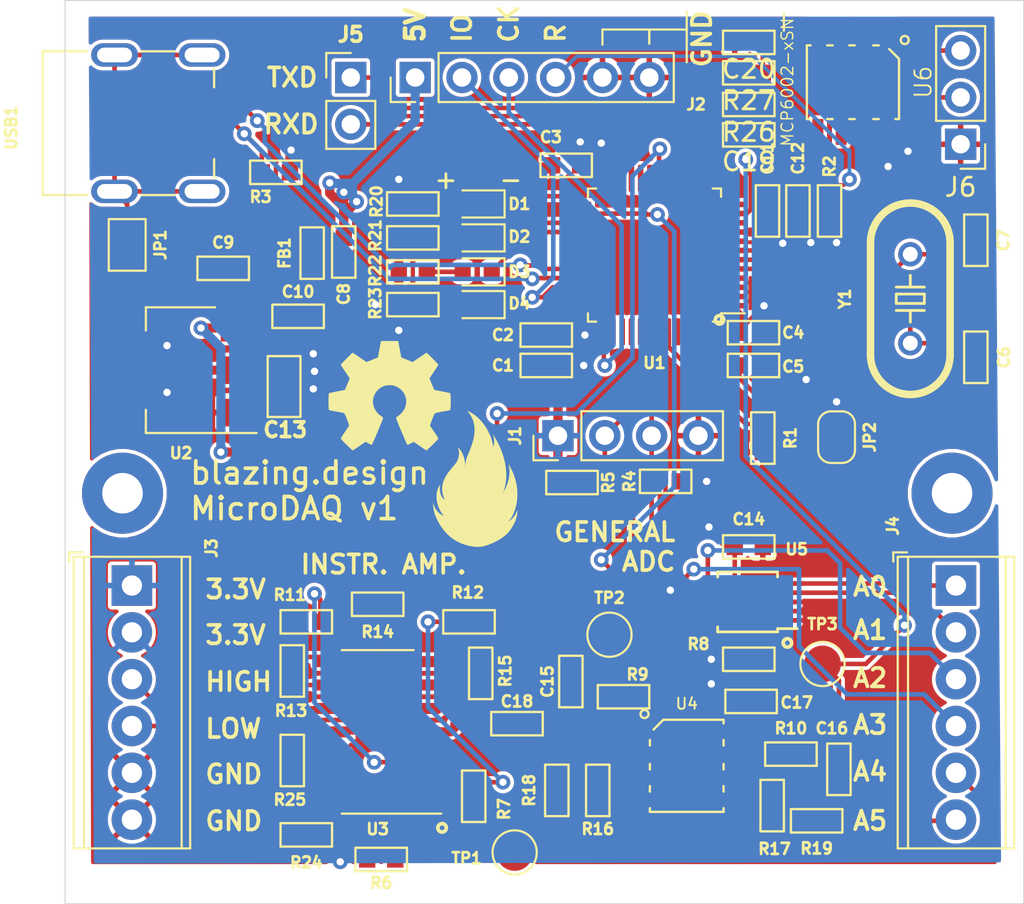
<source format=kicad_pcb>
(kicad_pcb (version 20171130) (host pcbnew "(5.1.2-1)-1")
  (layers (0 F.Cu signal) (31 B.Cu signal) (34 B.Paste user) (35 F.Paste user) (36 B.SilkS user) (37 F.SilkS user) (38 B.Mask user) (39 F.Mask user) (44 Edge.Cuts user))
  (net 0 "")
  (net 1 GND)
  (net 2 "Net-(C6-Pad2)")
  (net 3 "Net-(C7-Pad2)")
  (net 4 +5V)
  (net 5 +3.3VADC)
  (net 6 A6_OP1)
  (net 7 A7_OP4)
  (net 8 "Net-(D1-Pad2)")
  (net 9 LED0)
  (net 10 LED1)
  (net 11 "Net-(D2-Pad2)")
  (net 12 "Net-(D3-Pad2)")
  (net 13 LED2)
  (net 14 "Net-(D4-Pad2)")
  (net 15 SWDIO)
  (net 16 SWCLK)
  (net 17 NRST)
  (net 18 IA_L)
  (net 19 IA_H)
  (net 20 A0)
  (net 21 A1)
  (net 22 A2)
  (net 23 A3)
  (net 24 HV_A4)
  (net 25 HV_A5)
  (net 26 "Net-(JP1-Pad1)")
  (net 27 "Net-(JP2-Pad2)")
  (net 28 USB_DP)
  (net 29 "Net-(R11-Pad2)")
  (net 30 A8_OP3)
  (net 31 "Net-(R12-Pad2)")
  (net 32 "Net-(R8-Pad2)")
  (net 33 "Net-(R9-Pad1)")
  (net 34 "Net-(R10-Pad1)")
  (net 35 "Net-(R11-Pad1)")
  (net 36 "Net-(R12-Pad1)")
  (net 37 "Net-(R13-Pad1)")
  (net 38 "Net-(R14-Pad1)")
  (net 39 "Net-(R16-Pad2)")
  (net 40 "Net-(R17-Pad2)")
  (net 41 "Net-(U1-Pad2)")
  (net 42 "Net-(U1-Pad3)")
  (net 43 "Net-(U1-Pad4)")
  (net 44 "Net-(U1-Pad10)")
  (net 45 "Net-(U1-Pad12)")
  (net 46 "Net-(U1-Pad13)")
  (net 47 "Net-(U1-Pad16)")
  (net 48 "Net-(U1-Pad17)")
  (net 49 "Net-(U1-Pad19)")
  (net 50 "Net-(U1-Pad20)")
  (net 51 "Net-(U1-Pad29)")
  (net 52 USB_DM)
  (net 53 "Net-(U1-Pad38)")
  (net 54 "Net-(U1-Pad39)")
  (net 55 "Net-(U1-Pad40)")
  (net 56 "Net-(U1-Pad41)")
  (net 57 "Net-(U1-Pad45)")
  (net 58 "Net-(U1-Pad46)")
  (net 59 "Net-(USB1-Pad4)")
  (net 60 I2C1_SCL)
  (net 61 I2C1_SDA)
  (net 62 "Net-(U1-Pad30)")
  (net 63 "Net-(U1-Pad31)")
  (net 64 VBUS)
  (net 65 "Net-(J5-Pad2)")
  (net 66 "Net-(J5-Pad1)")
  (net 67 "Net-(R6-Pad2)")
  (net 68 "Net-(R24-Pad2)")
  (net 69 DAC1_OUT2)
  (net 70 DAC1_OUT1)
  (net 71 "Net-(C19-Pad1)")
  (net 72 "Net-(C20-Pad1)")
  (net 73 "Net-(J6-Pad3)")
  (net 74 "Net-(J6-Pad2)")
  (module OPL_Integrated_Circuit:SOIC8-1.27-5X4MM (layer F.Cu) (at 70.739 47.4345 270)
    (fp_text reference U6 (at 0 -3.81 90) (layer F.SilkS) (effects (font (size 0.889 0.889) (thickness 0.1016))))
    (fp_text value MCP6002-xSN (at 0 3.556 90) (layer F.SilkS) (effects (font (size 0.635 0.635) (thickness 0.0762))))
    (pad 1 smd rect (at -2.69748 -1.905 270) (size 1.39954 0.59944) (layers F.Cu F.Paste F.Mask) (net 73 "Net-(J6-Pad3)"))
    (pad 2 smd rect (at -2.69748 -0.635 270) (size 1.39954 0.59944) (layers F.Cu F.Paste F.Mask) (net 73 "Net-(J6-Pad3)"))
    (pad 3 smd rect (at -2.69748 0.635 270) (size 1.39954 0.59944) (layers F.Cu F.Paste F.Mask) (net 72 "Net-(C20-Pad1)"))
    (pad 4 smd rect (at -2.69748 1.905 270) (size 1.39954 0.59944) (layers F.Cu F.Paste F.Mask) (net 1 GND))
    (pad 5 smd rect (at 2.69748 1.905 270) (size 1.39954 0.59944) (layers F.Cu F.Paste F.Mask) (net 71 "Net-(C19-Pad1)"))
    (pad 6 smd rect (at 2.69748 0.635 270) (size 1.39954 0.59944) (layers F.Cu F.Paste F.Mask) (net 74 "Net-(J6-Pad2)"))
    (pad 7 smd rect (at 2.69748 -0.635 270) (size 1.39954 0.59944) (layers F.Cu F.Paste F.Mask) (net 74 "Net-(J6-Pad2)"))
    (pad 8 smd rect (at 2.69748 -1.905 270) (size 1.39954 0.59944) (layers F.Cu F.Paste F.Mask) (net 5 +3.3VADC))
  )
  (module OPL_Resistor:R0603 (layer F.Cu) (at 65.0875 46.9265 180)
    (fp_text reference R27 (at 0 -1.5 180) (layer F.SilkS))
    (fp_text value 1k)
    (pad 2 smd rect (at 0.762 0 180) (size 0.889 0.889) (layers F.Cu F.Paste F.Mask) (net 69 DAC1_OUT2))
    (pad 1 smd rect (at -0.762 0 180) (size 0.889 0.889) (layers F.Cu F.Paste F.Mask) (net 72 "Net-(C20-Pad1)"))
  )
  (module OPL_Resistor:R0603 (layer F.Cu) (at 65.0875 48.641 180)
    (fp_text reference R26 (at 0 -1.5 180) (layer F.SilkS))
    (fp_text value 1k)
    (pad 2 smd rect (at 0.762 0 180) (size 0.889 0.889) (layers F.Cu F.Paste F.Mask) (net 70 DAC1_OUT1))
    (pad 1 smd rect (at -0.762 0 180) (size 0.889 0.889) (layers F.Cu F.Paste F.Mask) (net 71 "Net-(C19-Pad1)"))
  )
  (module Connector_PinHeader_2.54mm:PinHeader_1x03_P2.54mm_Vertical (layer F.Cu) (at 76.581 50.8 180)
    (fp_text reference J6 (at 0 -2.33) (layer F.SilkS))
    (fp_text value DAC_OUT)
    (pad 3 thru_hole oval (at 0 5.08 180) (size 1.7 1.7) (drill 1) (layers *.Cu *.Mask) (net 73 "Net-(J6-Pad3)"))
    (pad 2 thru_hole oval (at 0 2.54 180) (size 1.7 1.7) (drill 1) (layers *.Cu *.Mask) (net 74 "Net-(J6-Pad2)"))
    (pad 1 thru_hole rect (at 0 0 180) (size 1.7 1.7) (drill 1) (layers *.Cu *.Mask) (net 1 GND))
  )
  (module OPL_Capacitor:C0603 (layer F.Cu) (at 65.0875 45.2755 180)
    (fp_text reference C20 (at 0 -1.45) (layer F.SilkS))
    (fp_text value 10n)
    (pad 2 smd rect (at 0.762 0 180) (size 0.9 0.9) (layers F.Cu F.Paste F.Mask) (net 1 GND))
    (pad 1 smd rect (at -0.762 0 180) (size 0.9 0.9) (layers F.Cu F.Paste F.Mask) (net 72 "Net-(C20-Pad1)"))
  )
  (module OPL_Capacitor:C0603 (layer F.Cu) (at 65.0875 50.292 180)
    (fp_text reference C19 (at 0 -1.45) (layer F.SilkS))
    (fp_text value 10n)
    (pad 2 smd rect (at 0.762 0 180) (size 0.9 0.9) (layers F.Cu F.Paste F.Mask) (net 1 GND))
    (pad 1 smd rect (at -0.762 0 180) (size 0.9 0.9) (layers F.Cu F.Paste F.Mask) (net 71 "Net-(C19-Pad1)"))
  )
  (module Logo:Flame (layer F.Cu) (at 50.3555 69.0245)
    (fp_text reference G*** hide)
    (fp_text value LOGO hide)
  )
  (module OPL_Resistor:R0603 (layer F.Cu) (at 40.3225 84.2315 90)
    (fp_text reference R25 (at -2.1285 -0.127) (layer F.SilkS) (effects (font (size 0.6 0.6))))
    (fp_text value 1k)
    (pad 2 smd rect (at 0.762 0 90) (size 0.889 0.889) (layers F.Cu F.Paste F.Mask) (net 1 GND))
    (pad 1 smd rect (at -0.762 0 90) (size 0.889 0.889) (layers F.Cu F.Paste F.Mask) (net 68 "Net-(R24-Pad2)"))
  )
  (module OPL_Resistor:R0603 (layer F.Cu) (at 41.0845 88.265 180)
    (fp_text reference R24 (at 0 -1.5 180) (layer F.SilkS) (effects (font (size 0.6 0.6))))
    (fp_text value 1k)
    (pad 2 smd rect (at 0.762 0 180) (size 0.889 0.889) (layers F.Cu F.Paste F.Mask) (net 68 "Net-(R24-Pad2)"))
    (pad 1 smd rect (at -0.762 0 180) (size 0.889 0.889) (layers F.Cu F.Paste F.Mask) (net 5 +3.3VADC))
  )
  (module OPL_Resistor:R0805 (layer F.Cu) (at 39.878 63.9445 270)
    (fp_text reference C13 (at 2.3495 -0.0635 180) (layer F.SilkS) (effects (font (size 0.8 0.8) (thickness 0.2))))
    (fp_text value 22uF)
    (pad 2 smd rect (at 0.889 0 270) (size 1.016 1.397) (layers F.Cu F.Paste F.Mask) (net 1 GND))
    (pad 1 smd rect (at -0.889 0 270) (size 1.016 1.397) (layers F.Cu F.Paste F.Mask) (net 5 +3.3VADC))
  )
  (module Connector_PinHeader_2.54mm:PinHeader_1x02_P2.54mm_Vertical (layer F.Cu) (at 43.4975 47.1805)
    (fp_text reference J5 (at 0 -2.33) (layer F.SilkS) (effects (font (size 0.8 0.8) (thickness 0.2))))
    (fp_text value UART)
    (pad 2 thru_hole oval (at 0 2.54) (size 1.7 1.7) (drill 1) (layers *.Cu *.Mask) (net 65 "Net-(J5-Pad2)"))
    (pad 1 thru_hole rect (at 0 0) (size 1.7 1.7) (drill 1) (layers *.Cu *.Mask) (net 66 "Net-(J5-Pad1)"))
  )
  (module TestPoint:TestPoint_Pad_D2.0mm (layer F.Cu) (at 52.3875 89.2175)
    (fp_text reference TP1 (at -2.6035 0.3175) (layer F.SilkS) (effects (font (size 0.6 0.6))))
    (fp_text value IA_OUT)
    (pad 1 smd circle (at 0 0) (size 2 2) (layers F.Cu F.Mask) (net 30 A8_OP3))
  )
  (module MountingHole:MountingHole_2.2mm_M2_Pad (layer F.Cu) (at 76.115 69.731)
    (fp_text reference REF** hide)
    (fp_text value MountingHole_2.2mm_M2_Pad)
    (pad 1 thru_hole circle (at 0 0) (size 4.4 4.4) (drill 2.2) (layers *.Cu *.Mask))
  )
  (module MountingHole:MountingHole_2.2mm_M2_Pad (layer F.Cu) (at 31.115 69.731)
    (fp_text reference REF** hide)
    (fp_text value MountingHole_2.2mm_M2_Pad)
    (pad 1 thru_hole circle (at 0 0) (size 4.4 4.4) (drill 2.2) (layers *.Cu *.Mask))
  )
  (module OPL_Resistor:R0603 (layer F.Cu) (at 66.3575 86.6775 270)
    (fp_text reference R17 (at 2.3495 -0.127) (layer F.SilkS) (effects (font (size 0.6 0.6))))
    (fp_text value 220k)
    (pad 1 smd rect (at -0.762 0 270) (size 0.889 0.889) (layers F.Cu F.Paste F.Mask) (net 1 GND))
    (pad 2 smd rect (at 0.762 0 270) (size 0.889 0.889) (layers F.Cu F.Paste F.Mask) (net 40 "Net-(R17-Pad2)"))
  )
  (module LED_SMD:LED_0603_1608Metric (layer F.Cu) (at 50.3555 59.4995 180)
    (fp_text reference D4 (at -2.286 0.0635) (layer F.SilkS) (effects (font (size 0.6 0.6))))
    (fp_text value LED)
    (pad 2 smd roundrect (at 0.7875 0 180) (size 0.875 0.95) (layers F.Cu F.Paste F.Mask) (net 14 "Net-(D4-Pad2)"))
    (pad 1 smd roundrect (at -0.7875 0 180) (size 0.875 0.95) (layers F.Cu F.Paste F.Mask) (net 1 GND))
  )
  (module LED_SMD:LED_0603_1608Metric (layer F.Cu) (at 50.3555 57.7215 180)
    (fp_text reference D3 (at -2.286 0) (layer F.SilkS) (effects (font (size 0.6 0.6))))
    (fp_text value LED)
    (pad 2 smd roundrect (at 0.7875 0 180) (size 0.875 0.95) (layers F.Cu F.Paste F.Mask) (net 12 "Net-(D3-Pad2)"))
    (pad 1 smd roundrect (at -0.7875 0 180) (size 0.875 0.95) (layers F.Cu F.Paste F.Mask) (net 13 LED2))
  )
  (module LED_SMD:LED_0603_1608Metric (layer F.Cu) (at 50.3555 55.88 180)
    (fp_text reference D2 (at -2.286 0.0635) (layer F.SilkS) (effects (font (size 0.6 0.6))))
    (fp_text value LED)
    (pad 2 smd roundrect (at 0.7875 0 180) (size 0.875 0.95) (layers F.Cu F.Paste F.Mask) (net 11 "Net-(D2-Pad2)"))
    (pad 1 smd roundrect (at -0.7875 0 180) (size 0.875 0.95) (layers F.Cu F.Paste F.Mask) (net 10 LED1))
  )
  (module LED_SMD:LED_0603_1608Metric (layer F.Cu) (at 50.3555 54.0385 180)
    (fp_text reference D1 (at -2.286 0) (layer F.SilkS) (effects (font (size 0.6 0.6))))
    (fp_text value LED)
    (pad 2 smd roundrect (at 0.7875 0 180) (size 0.875 0.95) (layers F.Cu F.Paste F.Mask) (net 8 "Net-(D1-Pad2)"))
    (pad 1 smd roundrect (at -0.7875 0 180) (size 0.875 0.95) (layers F.Cu F.Paste F.Mask) (net 9 LED0))
  )
  (module Symbol:OSHW-Symbol_6.7x6mm_SilkScreen (layer F.Cu) (at 45.593 64.4525)
    (fp_text reference REF** hide)
    (fp_text value OSHW-Symbol_6.7x6mm_SilkScreen hide)
  )
  (module OPL_Resistor:R0603 (layer F.Cu) (at 54.102 62.8015 180)
    (fp_text reference C1 (at 2.3495 0 180) (layer F.SilkS) (effects (font (size 0.6 0.6))))
    (fp_text value 4.7uF)
    (pad 2 smd rect (at 0.762 0 180) (size 0.889 0.889) (layers F.Cu F.Paste F.Mask) (net 1 GND))
    (pad 1 smd rect (at -0.762 0 180) (size 0.889 0.889) (layers F.Cu F.Paste F.Mask) (net 5 +3.3VADC))
  )
  (module OPL_Resistor:R0603 (layer F.Cu) (at 54.102 61.1505 180)
    (fp_text reference C2 (at 2.3495 0 180) (layer F.SilkS) (effects (font (size 0.6 0.6))))
    (fp_text value 100nF)
    (pad 2 smd rect (at 0.762 0 180) (size 0.889 0.889) (layers F.Cu F.Paste F.Mask) (net 1 GND))
    (pad 1 smd rect (at -0.762 0 180) (size 0.889 0.889) (layers F.Cu F.Paste F.Mask) (net 5 +3.3VADC))
  )
  (module OPL_Resistor:R0603 (layer F.Cu) (at 55.1815 51.943 180)
    (fp_text reference C3 (at 0.8255 1.524 180) (layer F.SilkS) (effects (font (size 0.6 0.6))))
    (fp_text value 100nF)
    (pad 2 smd rect (at 0.762 0 180) (size 0.889 0.889) (layers F.Cu F.Paste F.Mask) (net 1 GND))
    (pad 1 smd rect (at -0.762 0 180) (size 0.889 0.889) (layers F.Cu F.Paste F.Mask) (net 5 +3.3VADC))
  )
  (module OPL_Resistor:R0603 (layer F.Cu) (at 65.3415 61.0235)
    (fp_text reference C4 (at 2.159 0 180) (layer F.SilkS) (effects (font (size 0.6 0.6))))
    (fp_text value 100nF)
    (pad 1 smd rect (at -0.762 0) (size 0.889 0.889) (layers F.Cu F.Paste F.Mask) (net 5 +3.3VADC))
    (pad 2 smd rect (at 0.762 0) (size 0.889 0.889) (layers F.Cu F.Paste F.Mask) (net 1 GND))
  )
  (module OPL_Resistor:R0603 (layer F.Cu) (at 65.3415 62.8015)
    (fp_text reference C5 (at 2.159 0.0635 180) (layer F.SilkS) (effects (font (size 0.6 0.6))))
    (fp_text value 100nF)
    (pad 1 smd rect (at -0.762 0) (size 0.889 0.889) (layers F.Cu F.Paste F.Mask) (net 5 +3.3VADC))
    (pad 2 smd rect (at 0.762 0) (size 0.889 0.889) (layers F.Cu F.Paste F.Mask) (net 1 GND))
  )
  (module OPL_Resistor:R0603 (layer F.Cu) (at 77.4065 62.357 90)
    (fp_text reference C6 (at 0 1.524 270) (layer F.SilkS) (effects (font (size 0.6 0.6))))
    (fp_text value 22pF)
    (pad 1 smd rect (at -0.762 0 90) (size 0.889 0.889) (layers F.Cu F.Paste F.Mask) (net 1 GND))
    (pad 2 smd rect (at 0.762 0 90) (size 0.889 0.889) (layers F.Cu F.Paste F.Mask) (net 2 "Net-(C6-Pad2)"))
  )
  (module OPL_Resistor:R0603 (layer F.Cu) (at 77.4065 56.007 270)
    (fp_text reference C7 (at 0 -1.5 270) (layer F.SilkS) (effects (font (size 0.6 0.6))))
    (fp_text value 22pF)
    (pad 2 smd rect (at 0.762 0 270) (size 0.889 0.889) (layers F.Cu F.Paste F.Mask) (net 3 "Net-(C7-Pad2)"))
    (pad 1 smd rect (at -0.762 0 270) (size 0.889 0.889) (layers F.Cu F.Paste F.Mask) (net 1 GND))
  )
  (module OPL_Resistor:R0603 (layer F.Cu) (at 43.1165 56.642 270)
    (fp_text reference C8 (at 2.286 0 270) (layer F.SilkS) (effects (font (size 0.6 0.6))))
    (fp_text value 10nF)
    (pad 2 smd rect (at 0.762 0 270) (size 0.889 0.889) (layers F.Cu F.Paste F.Mask) (net 1 GND))
    (pad 1 smd rect (at -0.762 0 270) (size 0.889 0.889) (layers F.Cu F.Paste F.Mask) (net 64 VBUS))
  )
  (module OPL_Resistor:R0603 (layer F.Cu) (at 36.576 57.531 180)
    (fp_text reference C9 (at 0 1.397 180) (layer F.SilkS) (effects (font (size 0.6 0.6))))
    (fp_text value 100nF)
    (pad 2 smd rect (at 0.762 0 180) (size 0.889 0.889) (layers F.Cu F.Paste F.Mask) (net 1 GND))
    (pad 1 smd rect (at -0.762 0 180) (size 0.889 0.889) (layers F.Cu F.Paste F.Mask) (net 4 +5V))
  )
  (module OPL_Resistor:R0603 (layer F.Cu) (at 40.64 60.1345)
    (fp_text reference C10 (at 0 -1.3335 180) (layer F.SilkS) (effects (font (size 0.6 0.6))))
    (fp_text value 10uF)
    (pad 1 smd rect (at -0.762 0) (size 0.889 0.889) (layers F.Cu F.Paste F.Mask) (net 4 +5V))
    (pad 2 smd rect (at 0.762 0) (size 0.889 0.889) (layers F.Cu F.Paste F.Mask) (net 1 GND))
  )
  (module OPL_Resistor:R0603 (layer F.Cu) (at 66.1035 54.4195 90)
    (fp_text reference C11 (at 2.8575 0 90) (layer F.SilkS) (effects (font (size 0.6 0.6))))
    (fp_text value 10nF)
    (pad 2 smd rect (at 0.762 0 90) (size 0.889 0.889) (layers F.Cu F.Paste F.Mask) (net 1 GND))
    (pad 1 smd rect (at -0.762 0 90) (size 0.889 0.889) (layers F.Cu F.Paste F.Mask) (net 5 +3.3VADC))
  )
  (module OPL_Resistor:R0603 (layer F.Cu) (at 67.7545 54.4195 90)
    (fp_text reference C12 (at 2.8575 0 270) (layer F.SilkS) (effects (font (size 0.6 0.6))))
    (fp_text value 1uF)
    (pad 2 smd rect (at 0.762 0 90) (size 0.889 0.889) (layers F.Cu F.Paste F.Mask) (net 1 GND))
    (pad 1 smd rect (at -0.762 0 90) (size 0.889 0.889) (layers F.Cu F.Paste F.Mask) (net 5 +3.3VADC))
  )
  (module OPL_Resistor:R0603 (layer F.Cu) (at 65.0875 72.644)
    (fp_text reference C14 (at 0 -1.5 180) (layer F.SilkS) (effects (font (size 0.6 0.6))))
    (fp_text value 100nF)
    (pad 1 smd rect (at -0.762 0) (size 0.889 0.889) (layers F.Cu F.Paste F.Mask) (net 5 +3.3VADC))
    (pad 2 smd rect (at 0.762 0) (size 0.889 0.889) (layers F.Cu F.Paste F.Mask) (net 1 GND))
  )
  (module OPL_Capacitor:C0603 (layer F.Cu) (at 55.4355 79.9465 90)
    (fp_text reference C15 (at 0 -1.27 90) (layer F.SilkS) (effects (font (size 0.6 0.6))))
    (fp_text value DNP)
    (pad 2 smd rect (at 0.762 0 90) (size 0.9 0.9) (layers F.Cu F.Paste F.Mask) (net 1 GND))
    (pad 1 smd rect (at -0.762 0 90) (size 0.9 0.9) (layers F.Cu F.Paste F.Mask) (net 7 A7_OP4))
  )
  (module OPL_Capacitor:C0603 (layer F.Cu) (at 69.977 84.709 270)
    (fp_text reference C16 (at -2.2225 0.381 180) (layer F.SilkS) (effects (font (size 0.6 0.6))))
    (fp_text value DNP)
    (pad 1 smd rect (at -0.762 0 270) (size 0.9 0.9) (layers F.Cu F.Paste F.Mask) (net 6 A6_OP1))
    (pad 2 smd rect (at 0.762 0 270) (size 0.9 0.9) (layers F.Cu F.Paste F.Mask) (net 1 GND))
  )
  (module OPL_Resistor:R0603 (layer F.Cu) (at 65.2145 81.026)
    (fp_text reference C17 (at 2.4765 0.0635) (layer F.SilkS) (effects (font (size 0.6 0.6))))
    (fp_text value 100nF)
    (pad 2 smd rect (at 0.762 0) (size 0.889 0.889) (layers F.Cu F.Paste F.Mask) (net 1 GND))
    (pad 1 smd rect (at -0.762 0) (size 0.889 0.889) (layers F.Cu F.Paste F.Mask) (net 5 +3.3VADC))
  )
  (module OPL_Resistor:R0603 (layer F.Cu) (at 52.5145 82.2325)
    (fp_text reference C18 (at 0 -1.2065 180) (layer F.SilkS) (effects (font (size 0.6 0.6))))
    (fp_text value 100nF)
    (pad 1 smd rect (at -0.762 0) (size 0.889 0.889) (layers F.Cu F.Paste F.Mask) (net 4 +5V))
    (pad 2 smd rect (at 0.762 0) (size 0.889 0.889) (layers F.Cu F.Paste F.Mask) (net 1 GND))
  )
  (module OPL_Filters_and_Magnetic_Beads:L0603 (layer F.Cu) (at 41.402 56.7055 90)
    (fp_text reference FB1 (at 0 -1.5 90) (layer F.SilkS) (effects (font (size 0.6 0.6))))
    (fp_text value Ferrite_Bead)
    (pad 2 smd rect (at 0.762 0 90) (size 0.889 0.889) (layers F.Cu F.Paste F.Mask) (net 64 VBUS))
    (pad 1 smd rect (at -0.762 0 90) (size 0.889 0.889) (layers F.Cu F.Paste F.Mask) (net 4 +5V))
  )
  (module Connector_PinHeader_2.54mm:PinHeader_1x04_P2.54mm_Vertical (layer F.Cu) (at 54.737 66.6115 90)
    (fp_text reference J1 (at 0 -2.33 90) (layer F.SilkS) (effects (font (size 0.6 0.6))))
    (fp_text value COMM)
    (pad 1 thru_hole rect (at 0 0 90) (size 1.7 1.7) (drill 1) (layers *.Cu *.Mask) (net 5 +3.3VADC))
    (pad 2 thru_hole oval (at 0 2.54 90) (size 1.7 1.7) (drill 1) (layers *.Cu *.Mask) (net 60 I2C1_SCL))
    (pad 3 thru_hole oval (at 0 5.08 90) (size 1.7 1.7) (drill 1) (layers *.Cu *.Mask) (net 61 I2C1_SDA))
    (pad 4 thru_hole oval (at 0 7.62 90) (size 1.7 1.7) (drill 1) (layers *.Cu *.Mask) (net 1 GND))
  )
  (module Connector_PinHeader_2.54mm:PinHeader_1x06_P2.54mm_Vertical (layer F.Cu) (at 46.99 47.1805 90)
    (fp_text reference J2 (at -1.4605 15.24 180) (layer F.SilkS) (effects (font (size 0.6 0.6))))
    (fp_text value PROG)
    (pad 1 thru_hole rect (at 0 0 90) (size 1.7 1.7) (drill 1) (layers *.Cu *.Mask) (net 64 VBUS))
    (pad 2 thru_hole oval (at 0 2.54 90) (size 1.7 1.7) (drill 1) (layers *.Cu *.Mask) (net 15 SWDIO))
    (pad 3 thru_hole oval (at 0 5.08 90) (size 1.7 1.7) (drill 1) (layers *.Cu *.Mask) (net 16 SWCLK))
    (pad 4 thru_hole oval (at 0 7.62 90) (size 1.7 1.7) (drill 1) (layers *.Cu *.Mask) (net 17 NRST))
    (pad 5 thru_hole oval (at 0 10.16 90) (size 1.7 1.7) (drill 1) (layers *.Cu *.Mask) (net 1 GND))
    (pad 6 thru_hole oval (at 0 12.7 90) (size 1.7 1.7) (drill 1) (layers *.Cu *.Mask) (net 1 GND))
  )
  (module TerminalBlock_Phoenix:TerminalBlock_Phoenix_MPT-0,5-6-2.54_1x06_P2.54mm_Horizontal (layer F.Cu) (at 31.623 74.7395 270)
    (fp_text reference J3 (at -2.032 -4.318 90) (layer F.SilkS) (effects (font (size 0.6 0.6))))
    (fp_text value INSTR)
    (pad 6 thru_hole circle (at 12.7 0 270) (size 2.2 2.2) (drill 1.1) (layers *.Cu *.Mask) (net 1 GND))
    (pad 5 thru_hole circle (at 10.16 0 270) (size 2.2 2.2) (drill 1.1) (layers *.Cu *.Mask) (net 1 GND))
    (pad 4 thru_hole circle (at 7.62 0 270) (size 2.2 2.2) (drill 1.1) (layers *.Cu *.Mask) (net 18 IA_L))
    (pad 3 thru_hole circle (at 5.08 0 270) (size 2.2 2.2) (drill 1.1) (layers *.Cu *.Mask) (net 19 IA_H))
    (pad 2 thru_hole circle (at 2.54 0 270) (size 2.2 2.2) (drill 1.1) (layers *.Cu *.Mask) (net 5 +3.3VADC))
    (pad 1 thru_hole rect (at 0 0 270) (size 2.2 2.2) (drill 1.1) (layers *.Cu *.Mask) (net 5 +3.3VADC))
  )
  (module TerminalBlock_Phoenix:TerminalBlock_Phoenix_MPT-0,5-6-2.54_1x06_P2.54mm_Horizontal (layer F.Cu) (at 76.327 74.7395 270)
    (fp_text reference J4 (at -3.2385 3.429 90) (layer F.SilkS) (effects (font (size 0.6 0.6))))
    (fp_text value GENERAL)
    (pad 1 thru_hole rect (at 0 0 270) (size 2.2 2.2) (drill 1.1) (layers *.Cu *.Mask) (net 21 A1))
    (pad 2 thru_hole circle (at 2.54 0 270) (size 2.2 2.2) (drill 1.1) (layers *.Cu *.Mask) (net 20 A0))
    (pad 3 thru_hole circle (at 5.08 0 270) (size 2.2 2.2) (drill 1.1) (layers *.Cu *.Mask) (net 22 A2))
    (pad 4 thru_hole circle (at 7.62 0 270) (size 2.2 2.2) (drill 1.1) (layers *.Cu *.Mask) (net 23 A3))
    (pad 5 thru_hole circle (at 10.16 0 270) (size 2.2 2.2) (drill 1.1) (layers *.Cu *.Mask) (net 24 HV_A4))
    (pad 6 thru_hole circle (at 12.7 0 270) (size 2.2 2.2) (drill 1.1) (layers *.Cu *.Mask) (net 25 HV_A5))
  )
  (module Jumper:SolderJumper-2_P1.3mm_Open_Pad1.0x1.5mm (layer F.Cu) (at 31.369 56.261 270)
    (fp_text reference JP1 (at 0 -1.8 90) (layer F.SilkS) (effects (font (size 0.6 0.6))))
    (fp_text value SHIELD)
    (pad 2 smd rect (at 0.65 0 270) (size 1 1.5) (layers F.Cu F.Mask) (net 1 GND))
    (pad 1 smd rect (at -0.65 0 270) (size 1 1.5) (layers F.Cu F.Mask) (net 26 "Net-(JP1-Pad1)"))
  )
  (module Jumper:SolderJumper-2_P1.3mm_Open_RoundedPad1.0x1.5mm (layer F.Cu) (at 69.85 66.69 270)
    (fp_text reference JP2 (at 0 -1.8 90) (layer F.SilkS) (effects (font (size 0.6 0.6))))
    (fp_text value BOOT0)
    (pad 1 smd custom (at -0.65 0 270) (size 1 0.5) (layers F.Cu F.Mask) (net 5 +3.3VADC) (options (clearance outline) (anchor rect)) (primitives (gr_circle (center 0 0.25) (end 0.5 0.25) (width 0)) (gr_circle (center 0 -0.25) (end 0.5 -0.25) (width 0)) (gr_poly (pts (xy 0 -0.75) (xy 0.5 -0.75) (xy 0.5 0.75) (xy 0 0.75)) (width 0))))
    (pad 2 smd custom (at 0.65 0 270) (size 1 0.5) (layers F.Cu F.Mask) (net 27 "Net-(JP2-Pad2)") (options (clearance outline) (anchor rect)) (primitives (gr_circle (center 0 0.25) (end 0.5 0.25) (width 0)) (gr_circle (center 0 -0.25) (end 0.5 -0.25) (width 0)) (gr_poly (pts (xy 0 -0.75) (xy -0.5 -0.75) (xy -0.5 0.75) (xy 0 0.75)) (width 0))))
  )
  (module OPL_Resistor:R0603 (layer F.Cu) (at 65.8495 66.7385 270)
    (fp_text reference R1 (at 0 -1.5 270) (layer F.SilkS) (effects (font (size 0.6 0.6))))
    (fp_text value 4k7)
    (pad 1 smd rect (at -0.762 0 270) (size 0.889 0.889) (layers F.Cu F.Paste F.Mask) (net 27 "Net-(JP2-Pad2)"))
    (pad 2 smd rect (at 0.762 0 270) (size 0.889 0.889) (layers F.Cu F.Paste F.Mask) (net 1 GND))
  )
  (module OPL_Resistor:R0603 (layer F.Cu) (at 69.469 54.4195 90)
    (fp_text reference R2 (at 2.413 0 270) (layer F.SilkS) (effects (font (size 0.6 0.6))))
    (fp_text value 4k7)
    (pad 1 smd rect (at -0.762 0 90) (size 0.889 0.889) (layers F.Cu F.Paste F.Mask) (net 5 +3.3VADC))
    (pad 2 smd rect (at 0.762 0 90) (size 0.889 0.889) (layers F.Cu F.Paste F.Mask) (net 17 NRST))
  )
  (module OPL_Resistor:R0603 (layer F.Cu) (at 39.4335 52.324)
    (fp_text reference R3 (at -0.8255 1.3335) (layer F.SilkS) (effects (font (size 0.6 0.6))))
    (fp_text value 1k5)
    (pad 2 smd rect (at 0.762 0) (size 0.889 0.889) (layers F.Cu F.Paste F.Mask) (net 5 +3.3VADC))
    (pad 1 smd rect (at -0.762 0) (size 0.889 0.889) (layers F.Cu F.Paste F.Mask) (net 28 USB_DP))
  )
  (module OPL_Resistor:R0603 (layer F.Cu) (at 60.579 69.088 180)
    (fp_text reference R4 (at 1.9685 0 270) (layer F.SilkS) (effects (font (size 0.6 0.6))))
    (fp_text value 4k7)
    (pad 2 smd rect (at 0.762 0 180) (size 0.889 0.889) (layers F.Cu F.Paste F.Mask) (net 61 I2C1_SDA))
    (pad 1 smd rect (at -0.762 0 180) (size 0.889 0.889) (layers F.Cu F.Paste F.Mask) (net 5 +3.3VADC))
  )
  (module OPL_Resistor:R0603 (layer F.Cu) (at 55.499 69.1515)
    (fp_text reference R5 (at 1.9685 0 90) (layer F.SilkS) (effects (font (size 0.6 0.6))))
    (fp_text value 4k7)
    (pad 1 smd rect (at -0.762 0) (size 0.889 0.889) (layers F.Cu F.Paste F.Mask) (net 5 +3.3VADC))
    (pad 2 smd rect (at 0.762 0) (size 0.889 0.889) (layers F.Cu F.Paste F.Mask) (net 60 I2C1_SCL))
  )
  (module OPL_Resistor:R0603 (layer F.Cu) (at 45.1485 89.5985 180)
    (fp_text reference R6 (at 0 -1.27 180) (layer F.SilkS) (effects (font (size 0.6 0.6))))
    (fp_text value 68k)
    (pad 1 smd rect (at -0.762 0 180) (size 0.889 0.889) (layers F.Cu F.Paste F.Mask) (net 29 "Net-(R11-Pad2)"))
    (pad 2 smd rect (at 0.762 0 180) (size 0.889 0.889) (layers F.Cu F.Paste F.Mask) (net 67 "Net-(R6-Pad2)"))
  )
  (module OPL_Resistor:R0603 (layer F.Cu) (at 50.165 86.1695 270)
    (fp_text reference R7 (at 0.6985 -1.651 270) (layer F.SilkS) (effects (font (size 0.6 0.6))))
    (fp_text value 68k)
    (pad 2 smd rect (at 0.762 0 270) (size 0.889 0.889) (layers F.Cu F.Paste F.Mask) (net 30 A8_OP3))
    (pad 1 smd rect (at -0.762 0 270) (size 0.889 0.889) (layers F.Cu F.Paste F.Mask) (net 31 "Net-(R12-Pad2)"))
  )
  (module OPL_Resistor:R0603 (layer F.Cu) (at 65.0875 78.74)
    (fp_text reference R8 (at -2.7305 -0.8255 180) (layer F.SilkS) (effects (font (size 0.6 0.6))))
    (fp_text value 4k7)
    (pad 2 smd rect (at 0.762 0) (size 0.889 0.889) (layers F.Cu F.Paste F.Mask) (net 32 "Net-(R8-Pad2)"))
    (pad 1 smd rect (at -0.762 0) (size 0.889 0.889) (layers F.Cu F.Paste F.Mask) (net 5 +3.3VADC))
  )
  (module OPL_Resistor:R0603 (layer F.Cu) (at 58.293 80.772 180)
    (fp_text reference R9 (at -0.762 1.2065 180) (layer F.SilkS) (effects (font (size 0.6 0.6))))
    (fp_text value 220)
    (pad 2 smd rect (at 0.762 0 180) (size 0.889 0.889) (layers F.Cu F.Paste F.Mask) (net 7 A7_OP4))
    (pad 1 smd rect (at -0.762 0 180) (size 0.889 0.889) (layers F.Cu F.Paste F.Mask) (net 33 "Net-(R9-Pad1)"))
  )
  (module OPL_Resistor:R0603 (layer F.Cu) (at 67.3735 83.8835)
    (fp_text reference R10 (at 0 -1.397 180) (layer F.SilkS) (effects (font (size 0.6 0.6))))
    (fp_text value 220)
    (pad 1 smd rect (at -0.762 0) (size 0.889 0.889) (layers F.Cu F.Paste F.Mask) (net 34 "Net-(R10-Pad1)"))
    (pad 2 smd rect (at 0.762 0) (size 0.889 0.889) (layers F.Cu F.Paste F.Mask) (net 6 A6_OP1))
  )
  (module OPL_Resistor:R0603 (layer F.Cu) (at 41.0845 76.708)
    (fp_text reference R11 (at -0.889 -1.4605 180) (layer F.SilkS) (effects (font (size 0.6 0.6))))
    (fp_text value 68k)
    (pad 2 smd rect (at 0.762 0) (size 0.889 0.889) (layers F.Cu F.Paste F.Mask) (net 29 "Net-(R11-Pad2)"))
    (pad 1 smd rect (at -0.762 0) (size 0.889 0.889) (layers F.Cu F.Paste F.Mask) (net 35 "Net-(R11-Pad1)"))
  )
  (module OPL_Resistor:R0603 (layer F.Cu) (at 49.911 76.708 180)
    (fp_text reference R12 (at 0.0635 1.5875 180) (layer F.SilkS) (effects (font (size 0.6 0.6))))
    (fp_text value 68k)
    (pad 1 smd rect (at -0.762 0 180) (size 0.889 0.889) (layers F.Cu F.Paste F.Mask) (net 36 "Net-(R12-Pad1)"))
    (pad 2 smd rect (at 0.762 0 180) (size 0.889 0.889) (layers F.Cu F.Paste F.Mask) (net 31 "Net-(R12-Pad2)"))
  )
  (module OPL_Resistor:R0603 (layer F.Cu) (at 40.3225 79.375 90)
    (fp_text reference R13 (at -2.159 -0.0635) (layer F.SilkS) (effects (font (size 0.6 0.6))))
    (fp_text value 68k)
    (pad 1 smd rect (at -0.762 0 90) (size 0.889 0.889) (layers F.Cu F.Paste F.Mask) (net 37 "Net-(R13-Pad1)"))
    (pad 2 smd rect (at 0.762 0 90) (size 0.889 0.889) (layers F.Cu F.Paste F.Mask) (net 35 "Net-(R11-Pad1)"))
  )
  (module OPL_Resistor:R0603 (layer F.Cu) (at 44.958 75.7555 180)
    (fp_text reference R14 (at 0 -1.5 180) (layer F.SilkS) (effects (font (size 0.6 0.6))))
    (fp_text value 1k)
    (pad 1 smd rect (at -0.762 0 180) (size 0.889 0.889) (layers F.Cu F.Paste F.Mask) (net 38 "Net-(R14-Pad1)"))
    (pad 2 smd rect (at 0.762 0 180) (size 0.889 0.889) (layers F.Cu F.Paste F.Mask) (net 37 "Net-(R13-Pad1)"))
  )
  (module OPL_Resistor:R0603 (layer F.Cu) (at 50.546 79.502 90)
    (fp_text reference R15 (at 0.127 1.3335 270) (layer F.SilkS) (effects (font (size 0.6 0.6))))
    (fp_text value 68k)
    (pad 2 smd rect (at 0.762 0 90) (size 0.889 0.889) (layers F.Cu F.Paste F.Mask) (net 36 "Net-(R12-Pad1)"))
    (pad 1 smd rect (at -0.762 0 90) (size 0.889 0.889) (layers F.Cu F.Paste F.Mask) (net 38 "Net-(R14-Pad1)"))
  )
  (module OPL_Resistor:R0603 (layer F.Cu) (at 56.896 85.852 90)
    (fp_text reference R16 (at -2.0955 0) (layer F.SilkS) (effects (font (size 0.6 0.6))))
    (fp_text value 220k)
    (pad 2 smd rect (at 0.762 0 90) (size 0.889 0.889) (layers F.Cu F.Paste F.Mask) (net 39 "Net-(R16-Pad2)"))
    (pad 1 smd rect (at -0.762 0 90) (size 0.889 0.889) (layers F.Cu F.Paste F.Mask) (net 1 GND))
  )
  (module OPL_Resistor:R0603 (layer F.Cu) (at 54.6735 85.852 90)
    (fp_text reference R18 (at 0 -1.5 270) (layer F.SilkS) (effects (font (size 0.6 0.6))))
    (fp_text value 1M)
    (pad 2 smd rect (at 0.762 0 90) (size 0.889 0.889) (layers F.Cu F.Paste F.Mask) (net 39 "Net-(R16-Pad2)"))
    (pad 1 smd rect (at -0.762 0 90) (size 0.889 0.889) (layers F.Cu F.Paste F.Mask) (net 24 HV_A4))
  )
  (module OPL_Resistor:R0603 (layer F.Cu) (at 68.7705 87.503 180)
    (fp_text reference R19 (at 0 -1.5 180) (layer F.SilkS) (effects (font (size 0.6 0.6))))
    (fp_text value 1M)
    (pad 2 smd rect (at 0.762 0 180) (size 0.889 0.889) (layers F.Cu F.Paste F.Mask) (net 40 "Net-(R17-Pad2)"))
    (pad 1 smd rect (at -0.762 0 180) (size 0.889 0.889) (layers F.Cu F.Paste F.Mask) (net 25 HV_A5))
  )
  (module OPL_Resistor:R0603 (layer F.Cu) (at 46.863 54.0385 180)
    (fp_text reference R20 (at 1.9685 0.127 270) (layer F.SilkS) (effects (font (size 0.6 0.6))))
    (fp_text value 220)
    (pad 1 smd rect (at -0.762 0 180) (size 0.889 0.889) (layers F.Cu F.Paste F.Mask) (net 8 "Net-(D1-Pad2)"))
    (pad 2 smd rect (at 0.762 0 180) (size 0.889 0.889) (layers F.Cu F.Paste F.Mask) (net 5 +3.3VADC))
  )
  (module OPL_Resistor:R0603 (layer F.Cu) (at 46.863 55.88 180)
    (fp_text reference R21 (at 2.032 0.127 270) (layer F.SilkS) (effects (font (size 0.6 0.6))))
    (fp_text value 220)
    (pad 1 smd rect (at -0.762 0 180) (size 0.889 0.889) (layers F.Cu F.Paste F.Mask) (net 11 "Net-(D2-Pad2)"))
    (pad 2 smd rect (at 0.762 0 180) (size 0.889 0.889) (layers F.Cu F.Paste F.Mask) (net 5 +3.3VADC))
  )
  (module OPL_Resistor:R0603 (layer F.Cu) (at 46.863 57.7215 180)
    (fp_text reference R22 (at 2.032 0.0635 270) (layer F.SilkS) (effects (font (size 0.6 0.6))))
    (fp_text value 220)
    (pad 1 smd rect (at -0.762 0 180) (size 0.889 0.889) (layers F.Cu F.Paste F.Mask) (net 12 "Net-(D3-Pad2)"))
    (pad 2 smd rect (at 0.762 0 180) (size 0.889 0.889) (layers F.Cu F.Paste F.Mask) (net 5 +3.3VADC))
  )
  (module OPL_Resistor:R0603 (layer F.Cu) (at 46.863 59.4995 180)
    (fp_text reference R23 (at 2.032 0.0635 270) (layer F.SilkS) (effects (font (size 0.6 0.6))))
    (fp_text value 220)
    (pad 1 smd rect (at -0.762 0 180) (size 0.889 0.889) (layers F.Cu F.Paste F.Mask) (net 14 "Net-(D4-Pad2)"))
    (pad 2 smd rect (at 0.762 0 180) (size 0.889 0.889) (layers F.Cu F.Paste F.Mask) (net 5 +3.3VADC))
  )
  (module TestPoint:TestPoint_Pad_D2.0mm (layer F.Cu) (at 57.531 77.4065)
    (fp_text reference TP2 (at 0 -1.998) (layer F.SilkS) (effects (font (size 0.6 0.6))))
    (fp_text value HV_A4)
    (pad 1 smd circle (at 0 0) (size 2 2) (layers F.Cu F.Mask) (net 7 A7_OP4))
  )
  (module TestPoint:TestPoint_Pad_D2.0mm (layer F.Cu) (at 69.088 78.994)
    (fp_text reference TP3 (at 0 -2.159) (layer F.SilkS) (effects (font (size 0.6 0.6))))
    (fp_text value HV_A5)
    (pad 1 smd circle (at 0 0) (size 2 2) (layers F.Cu F.Mask) (net 6 A6_OP1))
  )
  (module Package_QFP:LQFP-48_7x7mm_P0.5mm (layer F.Cu) (at 59.9725 56.8125 180)
    (fp_text reference U1 (at 0 -5.85) (layer F.SilkS) (effects (font (size 0.6 0.6))))
    (fp_text value STM32F303CCTx)
    (pad 1 smd roundrect (at -4.1625 -2.75 180) (size 1.475 0.3) (layers F.Cu F.Paste F.Mask) (net 5 +3.3VADC))
    (pad 2 smd roundrect (at -4.1625 -2.25 180) (size 1.475 0.3) (layers F.Cu F.Paste F.Mask) (net 41 "Net-(U1-Pad2)"))
    (pad 3 smd roundrect (at -4.1625 -1.75 180) (size 1.475 0.3) (layers F.Cu F.Paste F.Mask) (net 42 "Net-(U1-Pad3)"))
    (pad 4 smd roundrect (at -4.1625 -1.25 180) (size 1.475 0.3) (layers F.Cu F.Paste F.Mask) (net 43 "Net-(U1-Pad4)"))
    (pad 5 smd roundrect (at -4.1625 -0.75 180) (size 1.475 0.3) (layers F.Cu F.Paste F.Mask) (net 2 "Net-(C6-Pad2)"))
    (pad 6 smd roundrect (at -4.1625 -0.25 180) (size 1.475 0.3) (layers F.Cu F.Paste F.Mask) (net 3 "Net-(C7-Pad2)"))
    (pad 7 smd roundrect (at -4.1625 0.25 180) (size 1.475 0.3) (layers F.Cu F.Paste F.Mask) (net 17 NRST))
    (pad 8 smd roundrect (at -4.1625 0.75 180) (size 1.475 0.3) (layers F.Cu F.Paste F.Mask) (net 1 GND))
    (pad 9 smd roundrect (at -4.1625 1.25 180) (size 1.475 0.3) (layers F.Cu F.Paste F.Mask) (net 5 +3.3VADC))
    (pad 10 smd roundrect (at -4.1625 1.75 180) (size 1.475 0.3) (layers F.Cu F.Paste F.Mask) (net 44 "Net-(U1-Pad10)"))
    (pad 11 smd roundrect (at -4.1625 2.25 180) (size 1.475 0.3) (layers F.Cu F.Paste F.Mask) (net 6 A6_OP1))
    (pad 12 smd roundrect (at -4.1625 2.75 180) (size 1.475 0.3) (layers F.Cu F.Paste F.Mask) (net 45 "Net-(U1-Pad12)"))
    (pad 13 smd roundrect (at -2.75 4.1625 180) (size 0.3 1.475) (layers F.Cu F.Paste F.Mask) (net 46 "Net-(U1-Pad13)"))
    (pad 14 smd roundrect (at -2.25 4.1625 180) (size 0.3 1.475) (layers F.Cu F.Paste F.Mask) (net 70 DAC1_OUT1))
    (pad 15 smd roundrect (at -1.75 4.1625 180) (size 0.3 1.475) (layers F.Cu F.Paste F.Mask) (net 69 DAC1_OUT2))
    (pad 16 smd roundrect (at -1.25 4.1625 180) (size 0.3 1.475) (layers F.Cu F.Paste F.Mask) (net 47 "Net-(U1-Pad16)"))
    (pad 17 smd roundrect (at -0.75 4.1625 180) (size 0.3 1.475) (layers F.Cu F.Paste F.Mask) (net 48 "Net-(U1-Pad17)"))
    (pad 18 smd roundrect (at -0.25 4.1625 180) (size 0.3 1.475) (layers F.Cu F.Paste F.Mask) (net 30 A8_OP3))
    (pad 19 smd roundrect (at 0.25 4.1625 180) (size 0.3 1.475) (layers F.Cu F.Paste F.Mask) (net 49 "Net-(U1-Pad19)"))
    (pad 20 smd roundrect (at 0.75 4.1625 180) (size 0.3 1.475) (layers F.Cu F.Paste F.Mask) (net 50 "Net-(U1-Pad20)"))
    (pad 21 smd roundrect (at 1.25 4.1625 180) (size 0.3 1.475) (layers F.Cu F.Paste F.Mask) (net 66 "Net-(J5-Pad1)"))
    (pad 22 smd roundrect (at 1.75 4.1625 180) (size 0.3 1.475) (layers F.Cu F.Paste F.Mask) (net 65 "Net-(J5-Pad2)"))
    (pad 23 smd roundrect (at 2.25 4.1625 180) (size 0.3 1.475) (layers F.Cu F.Paste F.Mask) (net 1 GND))
    (pad 24 smd roundrect (at 2.75 4.1625 180) (size 0.3 1.475) (layers F.Cu F.Paste F.Mask) (net 5 +3.3VADC))
    (pad 25 smd roundrect (at 4.1625 2.75 180) (size 1.475 0.3) (layers F.Cu F.Paste F.Mask) (net 9 LED0))
    (pad 26 smd roundrect (at 4.1625 2.25 180) (size 1.475 0.3) (layers F.Cu F.Paste F.Mask) (net 7 A7_OP4))
    (pad 27 smd roundrect (at 4.1625 1.75 180) (size 1.475 0.3) (layers F.Cu F.Paste F.Mask) (net 10 LED1))
    (pad 28 smd roundrect (at 4.1625 1.25 180) (size 1.475 0.3) (layers F.Cu F.Paste F.Mask) (net 13 LED2))
    (pad 29 smd roundrect (at 4.1625 0.75 180) (size 1.475 0.3) (layers F.Cu F.Paste F.Mask) (net 51 "Net-(U1-Pad29)"))
    (pad 30 smd roundrect (at 4.1625 0.25 180) (size 1.475 0.3) (layers F.Cu F.Paste F.Mask) (net 62 "Net-(U1-Pad30)"))
    (pad 31 smd roundrect (at 4.1625 -0.25 180) (size 1.475 0.3) (layers F.Cu F.Paste F.Mask) (net 63 "Net-(U1-Pad31)"))
    (pad 32 smd roundrect (at 4.1625 -0.75 180) (size 1.475 0.3) (layers F.Cu F.Paste F.Mask) (net 52 USB_DM))
    (pad 33 smd roundrect (at 4.1625 -1.25 180) (size 1.475 0.3) (layers F.Cu F.Paste F.Mask) (net 28 USB_DP))
    (pad 34 smd roundrect (at 4.1625 -1.75 180) (size 1.475 0.3) (layers F.Cu F.Paste F.Mask) (net 15 SWDIO))
    (pad 35 smd roundrect (at 4.1625 -2.25 180) (size 1.475 0.3) (layers F.Cu F.Paste F.Mask) (net 1 GND))
    (pad 36 smd roundrect (at 4.1625 -2.75 180) (size 1.475 0.3) (layers F.Cu F.Paste F.Mask) (net 5 +3.3VADC))
    (pad 37 smd roundrect (at 2.75 -4.1625 180) (size 0.3 1.475) (layers F.Cu F.Paste F.Mask) (net 16 SWCLK))
    (pad 38 smd roundrect (at 2.25 -4.1625 180) (size 0.3 1.475) (layers F.Cu F.Paste F.Mask) (net 53 "Net-(U1-Pad38)"))
    (pad 39 smd roundrect (at 1.75 -4.1625 180) (size 0.3 1.475) (layers F.Cu F.Paste F.Mask) (net 54 "Net-(U1-Pad39)"))
    (pad 40 smd roundrect (at 1.25 -4.1625 180) (size 0.3 1.475) (layers F.Cu F.Paste F.Mask) (net 55 "Net-(U1-Pad40)"))
    (pad 41 smd roundrect (at 0.75 -4.1625 180) (size 0.3 1.475) (layers F.Cu F.Paste F.Mask) (net 56 "Net-(U1-Pad41)"))
    (pad 42 smd roundrect (at 0.25 -4.1625 180) (size 0.3 1.475) (layers F.Cu F.Paste F.Mask) (net 60 I2C1_SCL))
    (pad 43 smd roundrect (at -0.25 -4.1625 180) (size 0.3 1.475) (layers F.Cu F.Paste F.Mask) (net 61 I2C1_SDA))
    (pad 44 smd roundrect (at -0.75 -4.1625 180) (size 0.3 1.475) (layers F.Cu F.Paste F.Mask) (net 27 "Net-(JP2-Pad2)"))
    (pad 45 smd roundrect (at -1.25 -4.1625 180) (size 0.3 1.475) (layers F.Cu F.Paste F.Mask) (net 57 "Net-(U1-Pad45)"))
    (pad 46 smd roundrect (at -1.75 -4.1625 180) (size 0.3 1.475) (layers F.Cu F.Paste F.Mask) (net 58 "Net-(U1-Pad46)"))
    (pad 47 smd roundrect (at -2.25 -4.1625 180) (size 0.3 1.475) (layers F.Cu F.Paste F.Mask) (net 1 GND))
    (pad 48 smd roundrect (at -2.75 -4.1625 180) (size 0.3 1.475) (layers F.Cu F.Paste F.Mask) (net 5 +3.3VADC))
  )
  (module Package_TO_SOT_SMD:SOT-223-3_TabPin2 (layer F.Cu) (at 34.29 63.0555 180)
    (fp_text reference U2 (at 0 -4.5) (layer F.SilkS) (effects (font (size 0.6 0.6))))
    (fp_text value AMS1117-3.3)
    (pad 2 smd rect (at 3.15 0 180) (size 2 3.8) (layers F.Cu F.Paste F.Mask) (net 5 +3.3VADC))
    (pad 2 smd rect (at -3.15 0 180) (size 2 1.5) (layers F.Cu F.Paste F.Mask) (net 5 +3.3VADC))
    (pad 3 smd rect (at -3.15 2.3 180) (size 2 1.5) (layers F.Cu F.Paste F.Mask) (net 4 +5V))
    (pad 1 smd rect (at -3.15 -2.3 180) (size 2 1.5) (layers F.Cu F.Paste F.Mask) (net 1 GND))
  )
  (module Package_SO:SOIC-14_3.9x8.7mm_P1.27mm (layer F.Cu) (at 44.958 82.677 180)
    (fp_text reference U3 (at 0 -5.28) (layer F.SilkS) (effects (font (size 0.6 0.6))))
    (fp_text value TL084)
    (pad 1 smd roundrect (at -2.475 -3.81 180) (size 1.95 0.6) (layers F.Cu F.Paste F.Mask) (net 30 A8_OP3))
    (pad 2 smd roundrect (at -2.475 -2.54 180) (size 1.95 0.6) (layers F.Cu F.Paste F.Mask) (net 31 "Net-(R12-Pad2)"))
    (pad 3 smd roundrect (at -2.475 -1.27 180) (size 1.95 0.6) (layers F.Cu F.Paste F.Mask) (net 29 "Net-(R11-Pad2)"))
    (pad 4 smd roundrect (at -2.475 0 180) (size 1.95 0.6) (layers F.Cu F.Paste F.Mask) (net 4 +5V))
    (pad 5 smd roundrect (at -2.475 1.27 180) (size 1.95 0.6) (layers F.Cu F.Paste F.Mask) (net 18 IA_L))
    (pad 6 smd roundrect (at -2.475 2.54 180) (size 1.95 0.6) (layers F.Cu F.Paste F.Mask) (net 38 "Net-(R14-Pad1)"))
    (pad 7 smd roundrect (at -2.475 3.81 180) (size 1.95 0.6) (layers F.Cu F.Paste F.Mask) (net 36 "Net-(R12-Pad1)"))
    (pad 8 smd roundrect (at 2.475 3.81 180) (size 1.95 0.6) (layers F.Cu F.Paste F.Mask) (net 35 "Net-(R11-Pad1)"))
    (pad 9 smd roundrect (at 2.475 2.54 180) (size 1.95 0.6) (layers F.Cu F.Paste F.Mask) (net 37 "Net-(R13-Pad1)"))
    (pad 10 smd roundrect (at 2.475 1.27 180) (size 1.95 0.6) (layers F.Cu F.Paste F.Mask) (net 19 IA_H))
    (pad 11 smd roundrect (at 2.475 0 180) (size 1.95 0.6) (layers F.Cu F.Paste F.Mask) (net 1 GND))
    (pad 12 smd roundrect (at 2.475 -1.27 180) (size 1.95 0.6) (layers F.Cu F.Paste F.Mask) (net 68 "Net-(R24-Pad2)"))
    (pad 13 smd roundrect (at 2.475 -2.54 180) (size 1.95 0.6) (layers F.Cu F.Paste F.Mask) (net 67 "Net-(R6-Pad2)"))
    (pad 14 smd roundrect (at 2.475 -3.81 180) (size 1.95 0.6) (layers F.Cu F.Paste F.Mask) (net 67 "Net-(R6-Pad2)"))
  )
  (module OPL_Integrated_Circuit:SOIC8-1.27-5X4MM (layer F.Cu) (at 61.722 84.5185)
    (fp_text reference U4 (at 0 -3.3655) (layer F.SilkS) (effects (font (size 0.6 0.6) (thickness 0.1016))))
    (fp_text value MCP6002-xSN hide)
    (pad 8 smd rect (at 2.69748 -1.905) (size 1.39954 0.59944) (layers F.Cu F.Paste F.Mask) (net 5 +3.3VADC))
    (pad 7 smd rect (at 2.69748 -0.635) (size 1.39954 0.59944) (layers F.Cu F.Paste F.Mask) (net 34 "Net-(R10-Pad1)"))
    (pad 6 smd rect (at 2.69748 0.635) (size 1.39954 0.59944) (layers F.Cu F.Paste F.Mask) (net 34 "Net-(R10-Pad1)"))
    (pad 5 smd rect (at 2.69748 1.905) (size 1.39954 0.59944) (layers F.Cu F.Paste F.Mask) (net 40 "Net-(R17-Pad2)"))
    (pad 4 smd rect (at -2.69748 1.905) (size 1.39954 0.59944) (layers F.Cu F.Paste F.Mask) (net 1 GND))
    (pad 3 smd rect (at -2.69748 0.635) (size 1.39954 0.59944) (layers F.Cu F.Paste F.Mask) (net 39 "Net-(R16-Pad2)"))
    (pad 2 smd rect (at -2.69748 -0.635) (size 1.39954 0.59944) (layers F.Cu F.Paste F.Mask) (net 33 "Net-(R9-Pad1)"))
    (pad 1 smd rect (at -2.69748 -1.905) (size 1.39954 0.59944) (layers F.Cu F.Paste F.Mask) (net 33 "Net-(R9-Pad1)"))
  )
  (module Package_SO:TSSOP-10_3x3mm_P0.5mm (layer F.Cu) (at 65.024 75.6285 180)
    (fp_text reference U5 (at -2.667 2.8575) (layer F.SilkS) (effects (font (size 0.6 0.6))))
    (fp_text value ADS1115IDGS)
    (pad 1 smd rect (at -2.15 -1 180) (size 1.1 0.25) (layers F.Cu F.Paste F.Mask) (net 1 GND))
    (pad 2 smd rect (at -2.15 -0.5 180) (size 1.1 0.25) (layers F.Cu F.Paste F.Mask) (net 32 "Net-(R8-Pad2)"))
    (pad 3 smd rect (at -2.15 0 180) (size 1.1 0.25) (layers F.Cu F.Paste F.Mask) (net 1 GND))
    (pad 4 smd rect (at -2.15 0.5 180) (size 1.1 0.25) (layers F.Cu F.Paste F.Mask) (net 20 A0))
    (pad 5 smd rect (at -2.15 1 180) (size 1.1 0.25) (layers F.Cu F.Paste F.Mask) (net 21 A1))
    (pad 6 smd rect (at 2.15 1 180) (size 1.1 0.25) (layers F.Cu F.Paste F.Mask) (net 22 A2))
    (pad 7 smd rect (at 2.15 0.5 180) (size 1.1 0.25) (layers F.Cu F.Paste F.Mask) (net 23 A3))
    (pad 8 smd rect (at 2.15 0 180) (size 1.1 0.25) (layers F.Cu F.Paste F.Mask) (net 5 +3.3VADC))
    (pad 9 smd rect (at 2.15 -0.5 180) (size 1.1 0.25) (layers F.Cu F.Paste F.Mask) (net 61 I2C1_SDA))
    (pad 10 smd rect (at 2.15 -1 180) (size 1.1 0.25) (layers F.Cu F.Paste F.Mask) (net 60 I2C1_SCL))
  )
  (module OPL_Connector:MINIUSB5+4P-0.8-90D (layer F.Cu) (at 31.4325 49.657 90)
    (fp_text reference USB1 (at -0.25 -6.35 270) (layer F.SilkS) (effects (font (size 0.6 0.6))))
    (fp_text value MINI-USB2.0-RECEPT-5POS-4-LEGS-_ST-USB-013A_)
    (pad 1 smd rect (at 1.6 4 180) (size 2.3 0.5) (layers F.Cu F.Paste F.Mask) (net 64 VBUS))
    (pad 2 smd rect (at 0.8 4 180) (size 2.3 0.5) (layers F.Cu F.Paste F.Mask) (net 52 USB_DM))
    (pad 3 smd rect (at 0 4 180) (size 2.3 0.5) (layers F.Cu F.Paste F.Mask) (net 28 USB_DP))
    (pad 4 smd rect (at -0.8 4 180) (size 2.3 0.5) (layers F.Cu F.Paste F.Mask) (net 59 "Net-(USB1-Pad4)"))
    (pad 5 smd rect (at -1.6 4 180) (size 2.3 0.5) (layers F.Cu F.Paste F.Mask) (net 1 GND))
    (pad 6 thru_hole oval (at -3.7 4 270) (size 1.27 2.54) (drill oval 0.8 1.9) (layers *.Cu *.Mask) (net 26 "Net-(JP1-Pad1)"))
    (pad 6 thru_hole oval (at -3.7 -0.75 270) (size 1.27 2.54) (drill oval 0.8 1.9) (layers *.Cu *.Mask) (net 26 "Net-(JP1-Pad1)"))
    (pad 6 thru_hole oval (at 3.7 -0.75 270) (size 1.27 2.54) (drill oval 0.8 1.9) (layers *.Cu *.Mask) (net 26 "Net-(JP1-Pad1)"))
    (pad 6 thru_hole oval (at 3.7 4 270) (size 1.27 2.54) (drill oval 0.8 1.9) (layers *.Cu *.Mask) (net 26 "Net-(JP1-Pad1)"))
  )
  (module OPL_Crystal_Oscillator:HC49US (layer F.Cu) (at 73.8505 59.182 90)
    (fp_text reference Y1 (at 0 -3.55 90) (layer F.SilkS) (effects (font (size 0.6 0.6))))
    (fp_text value 8MHz)
    (pad 2 thru_hole circle (at 2.413 0 90) (size 1.3208 1.3208) (drill 0.8128) (layers *.Cu *.Mask) (net 3 "Net-(C7-Pad2)"))
    (pad 1 thru_hole circle (at -2.413 0 90) (size 1.3208 1.3208) (drill 0.8128) (layers *.Cu *.Mask) (net 2 "Net-(C6-Pad2)"))
  )
  (gr_circle (center 63.5 60.325) (end 63.728953 60.325) (layer F.SilkS) (width 0.2))
  (gr_circle (center 67.183 77.851) (end 67.411953 77.851) (layer F.SilkS) (width 0.2))
  (gr_circle (center 48.4505 87.884) (end 48.679453 87.884) (layer F.SilkS) (width 0.2))
  (gr_text "+   -" (at 50.419 52.705) (layer F.SilkS) (effects (font (size 1 1))))
  (gr_text RXD (at 40.259 49.7205) (layer F.SilkS) (effects (font (size 1 1) (thickness 0.2))))
  (gr_text TXD (at 40.3225 47.1805) (layer F.SilkS) (effects (font (size 1 1) (thickness 0.2))))
  (gr_line (start 61.722 43.6245) (end 61.722 46.355) (layer F.SilkS) (width 0.12))
  (gr_line (start 66.9925 44.6405) (end 66.9925 43.688) (layer F.SilkS) (width 0.12))
  (gr_line (start 59.69 44.577) (end 61.722 44.577) (layer F.SilkS) (width 0.12))
  (gr_line (start 59.69 45.339) (end 59.69 44.577) (layer F.SilkS) (width 0.12))
  (gr_line (start 59.69 44.577) (end 59.69 45.339) (layer F.SilkS) (width 0.12))
  (gr_line (start 57.15 44.577) (end 59.69 44.577) (layer F.SilkS) (width 0.12))
  (gr_line (start 57.15 45.4025) (end 57.15 44.577) (layer F.SilkS) (width 0.12))
  (gr_text GND (at 62.5475 45.085 90) (layer F.SilkS) (effects (font (size 1 1) (thickness 0.2))))
  (gr_text R (at 54.61 45.4025 90) (layer F.SilkS) (effects (font (size 1 1) (thickness 0.2)) (justify left)))
  (gr_text CK (at 52.07 45.4025 90) (layer F.SilkS) (effects (font (size 1 1) (thickness 0.2)) (justify left)))
  (gr_text IO (at 49.53 45.4025 90) (layer F.SilkS) (effects (font (size 1 1) (thickness 0.2)) (justify left)))
  (gr_text 5V (at 46.99 45.4025 90) (layer F.SilkS) (effects (font (size 1 1) (thickness 0.25)) (justify left)))
  (gr_text "GENERAL\nADC" (at 61.214 72.644) (layer F.SilkS) (effects (font (size 1 1) (thickness 0.2)) (justify right)))
  (gr_text "blazing.design\nMicroDAQ v1" (at 34.671 69.596) (layer F.SilkS) (effects (font (size 1.2 1.2) (thickness 0.2)) (justify left)))
  (gr_text "INSTR. AMP." (at 45.2755 73.5965) (layer F.SilkS) (effects (font (size 1 1) (thickness 0.2))))
  (gr_text A5 (at 72.7075 87.503) (layer F.SilkS) (effects (font (size 1 1) (thickness 0.2)) (justify right)))
  (gr_text A4 (at 72.7075 84.836) (layer F.SilkS) (effects (font (size 1 1) (thickness 0.2)) (justify right)))
  (gr_text A3 (at 72.7075 82.296) (layer F.SilkS) (effects (font (size 1 1) (thickness 0.2)) (justify right)))
  (gr_text A2 (at 72.7075 79.756) (layer F.SilkS) (effects (font (size 1 1) (thickness 0.2)) (justify right)))
  (gr_text A1 (at 72.7075 77.1525) (layer F.SilkS) (effects (font (size 1 1) (thickness 0.2)) (justify right)))
  (gr_text A0 (at 72.7075 74.803) (layer F.SilkS) (effects (font (size 1 1) (thickness 0.2)) (justify right)))
  (gr_text GND (at 35.4965 87.519) (layer F.SilkS) (effects (font (size 1 1) (thickness 0.2)) (justify left)))
  (gr_text GND (at 35.4965 84.979) (layer F.SilkS) (effects (font (size 1 1) (thickness 0.2)) (justify left)))
  (gr_text LOW (at 35.4965 82.5025) (layer F.SilkS) (effects (font (size 1 1) (thickness 0.2)) (justify left)))
  (gr_text HIGH (at 35.4965 79.9625) (layer F.SilkS) (effects (font (size 1 1) (thickness 0.2)) (justify left)))
  (gr_text 3.3V (at 35.4965 77.4225) (layer F.SilkS) (effects (font (size 1 1) (thickness 0.2)) (justify left)))
  (gr_text 3.3V (at 35.4965 74.946) (layer F.SilkS) (effects (font (size 1 1) (thickness 0.2)) (justify left)))
  (gr_line (start 80 43) (end 28 43) (layer Edge.Cuts) (width 0.05))
  (gr_line (start 80 92) (end 80 43) (layer Edge.Cuts) (width 0.05))
  (gr_line (start 28 92) (end 80 92) (layer Edge.Cuts) (width 0.05))
  (gr_line (start 28 43) (end 28 92) (layer Edge.Cuts) (width 0.05))
  (segment (start 64.873169 56.0625) (end 64.923179 56.11251) (width 0.2) (layer F.Cu) (net 1))
  (segment (start 64.135 56.0625) (end 64.873169 56.0625) (width 0.2) (layer F.Cu) (net 1))
  (segment (start 64.923179 56.11251) (end 65.278 56.11251) (width 0.2) (layer F.Cu) (net 1))
  (segment (start 31.14 63.0555) (end 37.44 63.0555) (width 0.5) (layer F.Cu) (net 5))
  (segment (start 39.751 63.0555) (end 39.878 63.1825) (width 0.5) (layer F.Cu) (net 5))
  (segment (start 37.44 63.0555) (end 39.751 63.0555) (width 0.5) (layer F.Cu) (net 5))
  (segment (start 46.101 54.0385) (end 46.101 55.88) (width 0.5) (layer F.Cu) (net 5))
  (segment (start 46.101 55.88) (end 46.101 57.7215) (width 0.5) (layer F.Cu) (net 5))
  (segment (start 46.101 57.7215) (end 46.101 59.4995) (width 0.5) (layer F.Cu) (net 5))
  (segment (start 55.40749 59.66251) (end 55.81 59.66251) (width 0.5) (layer F.Cu) (net 5))
  (segment (start 54.864 60.206) (end 55.40749 59.66251) (width 0.5) (layer F.Cu) (net 5))
  (segment (start 54.864 61.1505) (end 54.864 60.206) (width 0.5) (layer F.Cu) (net 5))
  (segment (start 54.864 62.8015) (end 54.864 61.1505) (width 0.5) (layer F.Cu) (net 5))
  (segment (start 54.737 62.9285) (end 54.864 62.8015) (width 0.5) (layer F.Cu) (net 5))
  (segment (start 54.737 66.6115) (end 54.737 62.9285) (width 0.5) (layer F.Cu) (net 5))
  (segment (start 62.755489 61.921989) (end 62.82251 61.854968) (width 0.5) (layer F.Cu) (net 5))
  (segment (start 63.635 62.8015) (end 62.755489 61.921989) (width 0.5) (layer F.Cu) (net 5))
  (segment (start 62.82251 61.854968) (end 62.82251 60.975) (width 0.5) (layer F.Cu) (net 5))
  (segment (start 64.5795 62.8015) (end 63.635 62.8015) (width 0.5) (layer F.Cu) (net 5))
  (segment (start 64.16301 59.66251) (end 64.135 59.66251) (width 0.5) (layer F.Cu) (net 5))
  (segment (start 64.5795 60.079) (end 64.16301 59.66251) (width 0.5) (layer F.Cu) (net 5))
  (segment (start 64.5795 61.0235) (end 64.5795 60.079) (width 0.5) (layer F.Cu) (net 5))
  (segment (start 56.5155 51.943) (end 57.2225 52.65) (width 0.25) (layer F.Cu) (net 5))
  (segment (start 55.9435 51.943) (end 56.5155 51.943) (width 0.25) (layer F.Cu) (net 5))
  (segment (start 69.85 66.04) (end 68.3895 64.5795) (width 0.25) (layer F.Cu) (net 5))
  (segment (start 64.5795 63.496) (end 64.5795 62.8015) (width 0.25) (layer F.Cu) (net 5))
  (segment (start 65.663 64.5795) (end 64.5795 63.496) (width 0.25) (layer F.Cu) (net 5))
  (segment (start 41.4655 63.1825) (end 41.529 63.119) (width 0.5) (layer F.Cu) (net 5))
  (via (at 41.529 63.119) (size 0.8) (drill 0.4) (layers F.Cu B.Cu) (net 5))
  (segment (start 39.878 63.1825) (end 41.4655 63.1825) (width 0.5) (layer F.Cu) (net 5))
  (segment (start 41.529 63.119) (end 41.9735 63.119) (width 0.5) (layer B.Cu) (net 5))
  (segment (start 40.4495 63.1825) (end 41.4655 62.1665) (width 0.5) (layer F.Cu) (net 5))
  (via (at 41.4655 62.1665) (size 0.8) (drill 0.4) (layers F.Cu B.Cu) (net 5))
  (segment (start 39.878 63.1825) (end 40.4495 63.1825) (width 0.5) (layer F.Cu) (net 5))
  (segment (start 41.4655 62.1665) (end 42.031185 62.1665) (width 0.5) (layer B.Cu) (net 5))
  (via (at 41.4655 64.0715) (size 0.8) (drill 0.4) (layers F.Cu B.Cu) (net 5))
  (segment (start 40.5765 63.1825) (end 41.4655 64.0715) (width 0.5) (layer F.Cu) (net 5))
  (segment (start 39.878 63.1825) (end 40.5765 63.1825) (width 0.5) (layer F.Cu) (net 5))
  (segment (start 41.4655 64.0715) (end 42.037 64.0715) (width 0.5) (layer B.Cu) (net 5))
  (segment (start 32.3215 63.0555) (end 33.528 64.262) (width 0.5) (layer F.Cu) (net 5))
  (via (at 33.528 64.262) (size 0.8) (drill 0.4) (layers F.Cu B.Cu) (net 5))
  (segment (start 31.14 63.0555) (end 32.3215 63.0555) (width 0.5) (layer F.Cu) (net 5))
  (segment (start 33.528 64.262) (end 34.093685 64.262) (width 0.5) (layer B.Cu) (net 5))
  (via (at 33.528 61.722) (size 0.8) (drill 0.4) (layers F.Cu B.Cu) (net 5))
  (segment (start 32.1945 63.0555) (end 33.528 61.722) (width 0.5) (layer F.Cu) (net 5))
  (segment (start 31.14 63.0555) (end 32.1945 63.0555) (width 0.5) (layer F.Cu) (net 5))
  (segment (start 33.528 61.722) (end 34.093685 61.722) (width 0.5) (layer B.Cu) (net 5))
  (via (at 40.259 51.1175) (size 0.8) (drill 0.4) (layers F.Cu B.Cu) (net 5))
  (via (at 62.8015 69.088) (size 0.8) (drill 0.4) (layers F.Cu B.Cu) (net 5))
  (segment (start 61.341 69.088) (end 62.8015 69.088) (width 0.5) (layer F.Cu) (net 5))
  (segment (start 62.8015 69.088) (end 62.23 69.088) (width 0.5) (layer B.Cu) (net 5))
  (via (at 65.913 59.563) (size 0.8) (drill 0.4) (layers F.Cu B.Cu) (net 5))
  (segment (start 64.5795 60.8965) (end 65.913 59.563) (width 0.25) (layer F.Cu) (net 5))
  (segment (start 64.5795 61.0235) (end 64.5795 60.8965) (width 0.25) (layer F.Cu) (net 5))
  (segment (start 65.913 59.563) (end 66.478685 59.563) (width 0.25) (layer B.Cu) (net 5))
  (via (at 69.85 64.77) (size 0.8) (drill 0.4) (layers F.Cu B.Cu) (net 5))
  (segment (start 69.85 66.04) (end 69.85 64.77) (width 0.25) (layer F.Cu) (net 5))
  (segment (start 69.85 64.77) (end 69.85 64.204315) (width 0.25) (layer B.Cu) (net 5))
  (via (at 68.199 63.5635) (size 0.8) (drill 0.4) (layers F.Cu B.Cu) (net 5))
  (segment (start 68.199 64.5795) (end 68.199 63.5635) (width 0.25) (layer F.Cu) (net 5))
  (segment (start 68.3895 64.5795) (end 68.199 64.5795) (width 0.25) (layer F.Cu) (net 5))
  (segment (start 68.199 64.5795) (end 65.663 64.5795) (width 0.25) (layer F.Cu) (net 5))
  (segment (start 68.199 63.5635) (end 68.6435 63.5635) (width 0.25) (layer B.Cu) (net 5))
  (via (at 57.0865 50.7365) (size 0.8) (drill 0.4) (layers F.Cu B.Cu) (net 5))
  (segment (start 55.9435 51.8795) (end 57.0865 50.7365) (width 0.5) (layer F.Cu) (net 5))
  (segment (start 55.9435 51.943) (end 55.9435 51.8795) (width 0.5) (layer F.Cu) (net 5))
  (via (at 55.9435 50.673) (size 0.8) (drill 0.4) (layers F.Cu B.Cu) (net 5))
  (segment (start 55.9435 51.943) (end 55.9435 50.673) (width 0.5) (layer F.Cu) (net 5))
  (segment (start 76.712 61.595) (end 73.8505 61.595) (width 0.25) (layer F.Cu) (net 2))
  (segment (start 76.712 56.769) (end 73.8505 56.769) (width 0.25) (layer F.Cu) (net 3))
  (segment (start 73.8505 58.8645) (end 73.8505 61.595) (width 0.25) (layer F.Cu) (net 2))
  (segment (start 72.865409 57.879409) (end 73.8505 58.8645) (width 0.25) (layer F.Cu) (net 2))
  (segment (start 71.468409 57.879409) (end 72.865409 57.879409) (width 0.25) (layer F.Cu) (net 2))
  (segment (start 71.387011 57.798011) (end 71.468409 57.879409) (width 0.25) (layer F.Cu) (net 2))
  (segment (start 64.135 57.5625) (end 65.294588 57.5625) (width 0.25) (layer F.Cu) (net 2))
  (segment (start 65.530099 57.798011) (end 71.387011 57.798011) (width 0.25) (layer F.Cu) (net 2))
  (segment (start 65.294588 57.5625) (end 65.530099 57.798011) (width 0.25) (layer F.Cu) (net 2))
  (segment (start 65.430998 57.0625) (end 64.135 57.0625) (width 0.25) (layer F.Cu) (net 3))
  (segment (start 73.190101 57.429399) (end 71.654809 57.429399) (width 0.25) (layer F.Cu) (net 3))
  (segment (start 65.716499 57.348001) (end 65.430998 57.0625) (width 0.25) (layer F.Cu) (net 3))
  (segment (start 71.573411 57.348001) (end 65.716499 57.348001) (width 0.25) (layer F.Cu) (net 3))
  (segment (start 71.654809 57.429399) (end 71.573411 57.348001) (width 0.25) (layer F.Cu) (net 3))
  (segment (start 73.8505 56.769) (end 73.190101 57.429399) (width 0.25) (layer F.Cu) (net 3))
  (segment (start 76.712 56.769) (end 77.4065 56.769) (width 0.25) (layer F.Cu) (net 3))
  (segment (start 43.053 55.9435) (end 43.1165 55.88) (width 0.25) (layer F.Cu) (net 64))
  (segment (start 41.4655 55.88) (end 41.402 55.9435) (width 0.5) (layer F.Cu) (net 64))
  (segment (start 43.1165 55.88) (end 41.4655 55.88) (width 0.5) (layer F.Cu) (net 64))
  (segment (start 40.4575 55.9435) (end 36.584 52.07) (width 0.5) (layer F.Cu) (net 64))
  (segment (start 41.402 55.9435) (end 40.4575 55.9435) (width 0.5) (layer F.Cu) (net 64))
  (segment (start 34.035498 52.07) (end 33.401 51.435502) (width 0.5) (layer F.Cu) (net 64))
  (segment (start 36.584 52.07) (end 34.035498 52.07) (width 0.5) (layer F.Cu) (net 64))
  (segment (start 33.7825 48.057) (end 35.4325 48.057) (width 0.5) (layer F.Cu) (net 64))
  (segment (start 33.401 48.4385) (end 33.7825 48.057) (width 0.5) (layer F.Cu) (net 64))
  (segment (start 33.401 51.435502) (end 33.401 48.4385) (width 0.5) (layer F.Cu) (net 64))
  (segment (start 49.2205 82.169) (end 49.149 82.2405) (width 0.5) (layer F.Cu) (net 4))
  (segment (start 50.165 82.169) (end 49.2205 82.169) (width 0.5) (layer F.Cu) (net 4))
  (segment (start 49.149 82.2405) (end 49.149 82.423) (width 0.5) (layer F.Cu) (net 4))
  (segment (start 48.895 82.677) (end 47.433 82.677) (width 0.5) (layer F.Cu) (net 4))
  (segment (start 49.149 82.423) (end 48.895 82.677) (width 0.5) (layer F.Cu) (net 4))
  (segment (start 37.44 57.633) (end 37.338 57.531) (width 0.5) (layer F.Cu) (net 4))
  (segment (start 37.44 60.7555) (end 37.44 57.633) (width 0.5) (layer F.Cu) (net 4))
  (segment (start 39.257 60.7555) (end 39.878 60.1345) (width 0.5) (layer F.Cu) (net 4))
  (segment (start 37.44 60.7555) (end 39.257 60.7555) (width 0.5) (layer F.Cu) (net 4))
  (segment (start 39.878 58.9915) (end 41.402 57.4675) (width 0.5) (layer F.Cu) (net 4))
  (segment (start 39.878 60.1345) (end 39.878 58.9915) (width 0.5) (layer F.Cu) (net 4))
  (segment (start 50.2285 82.2325) (end 51.7525 82.2325) (width 0.5) (layer F.Cu) (net 4))
  (segment (start 50.165 82.169) (end 50.2285 82.2325) (width 0.5) (layer F.Cu) (net 4))
  (segment (start 51.7525 81.288) (end 52.197 80.8435) (width 0.5) (layer F.Cu) (net 4))
  (segment (start 51.7525 82.2325) (end 51.7525 81.288) (width 0.5) (layer F.Cu) (net 4))
  (via (at 36.449 67.5005) (size 0.8) (drill 0.4) (layers F.Cu B.Cu) (net 4))
  (segment (start 39.545002 67.5005) (end 36.449 67.5005) (width 0.5) (layer F.Cu) (net 4))
  (segment (start 52.197 80.8435) (end 52.197 76.532998) (width 0.5) (layer F.Cu) (net 4))
  (via (at 35.3695 60.7695) (size 0.8) (drill 0.4) (layers F.Cu B.Cu) (net 4))
  (segment (start 36.449 61.849) (end 35.3695 60.7695) (width 0.5) (layer B.Cu) (net 4))
  (segment (start 36.449 67.5005) (end 36.449 61.849) (width 0.5) (layer B.Cu) (net 4))
  (segment (start 37.426 60.7695) (end 37.44 60.7555) (width 0.5) (layer F.Cu) (net 4))
  (segment (start 35.3695 60.7695) (end 37.426 60.7695) (width 0.5) (layer F.Cu) (net 4))
  (segment (start 43.164502 67.5005) (end 39.545002 67.5005) (width 0.5) (layer F.Cu) (net 4))
  (segment (start 52.197 76.532998) (end 43.164502 67.5005) (width 0.5) (layer F.Cu) (net 4))
  (segment (start 64.41948 81.05902) (end 64.4525 81.026) (width 0.5) (layer F.Cu) (net 5))
  (segment (start 64.41948 82.6135) (end 64.41948 81.05902) (width 0.5) (layer F.Cu) (net 5))
  (segment (start 66.1035 55.1815) (end 67.7545 55.1815) (width 0.5) (layer F.Cu) (net 5))
  (segment (start 69.469 55.1815) (end 67.7545 55.1815) (width 0.5) (layer F.Cu) (net 5))
  (segment (start 64.135 55.5625) (end 65.151 55.5625) (width 0.25) (layer F.Cu) (net 5))
  (segment (start 65.7225 55.5625) (end 66.1035 55.1815) (width 0.5) (layer F.Cu) (net 5))
  (segment (start 65.151 55.5625) (end 65.7225 55.5625) (width 0.5) (layer F.Cu) (net 5))
  (via (at 56.1975 61.1505) (size 0.8) (drill 0.4) (layers F.Cu B.Cu) (net 5))
  (segment (start 54.864 61.1505) (end 56.1975 61.1505) (width 0.5) (layer F.Cu) (net 5))
  (via (at 56.134 62.8015) (size 0.8) (drill 0.4) (layers F.Cu B.Cu) (net 5))
  (segment (start 54.864 62.8015) (end 56.134 62.8015) (width 0.5) (layer F.Cu) (net 5))
  (via (at 46.101 60.8965) (size 0.8) (drill 0.4) (layers F.Cu B.Cu) (net 5))
  (segment (start 46.101 59.4995) (end 46.101 60.8965) (width 0.5) (layer F.Cu) (net 5))
  (via (at 44.831 59.4995) (size 0.8) (drill 0.4) (layers F.Cu B.Cu) (net 5))
  (segment (start 46.101 59.4995) (end 44.831 59.4995) (width 0.5) (layer F.Cu) (net 5))
  (via (at 46.101 52.705) (size 0.8) (drill 0.4) (layers F.Cu B.Cu) (net 5))
  (segment (start 46.101 54.0385) (end 46.101 52.705) (width 0.5) (layer F.Cu) (net 5))
  (segment (start 64.3255 73.3385) (end 64.3255 72.644) (width 0.25) (layer F.Cu) (net 5))
  (segment (start 64.3255 74.977) (end 64.3255 73.3385) (width 0.25) (layer F.Cu) (net 5))
  (segment (start 63.674 75.6285) (end 64.3255 74.977) (width 0.25) (layer F.Cu) (net 5))
  (segment (start 62.874 75.6285) (end 63.674 75.6285) (width 0.25) (layer F.Cu) (net 5))
  (segment (start 61.468 75.6285) (end 60.833 74.9935) (width 0.25) (layer F.Cu) (net 5))
  (via (at 60.833 74.9935) (size 0.8) (drill 0.4) (layers F.Cu B.Cu) (net 5))
  (segment (start 62.874 75.6285) (end 61.468 75.6285) (width 0.25) (layer F.Cu) (net 5))
  (via (at 62.9285 71.5645) (size 0.8) (drill 0.4) (layers F.Cu B.Cu) (net 5))
  (segment (start 64.008 72.644) (end 62.9285 71.5645) (width 0.5) (layer F.Cu) (net 5))
  (segment (start 64.3255 72.644) (end 64.008 72.644) (width 0.5) (layer F.Cu) (net 5))
  (segment (start 64.3255 80.899) (end 64.4525 81.026) (width 0.5) (layer F.Cu) (net 5))
  (segment (start 64.3255 78.74) (end 64.3255 80.899) (width 0.5) (layer F.Cu) (net 5))
  (via (at 63.0555 78.74) (size 0.8) (drill 0.4) (layers F.Cu B.Cu) (net 5))
  (segment (start 64.3255 78.74) (end 63.0555 78.74) (width 0.5) (layer F.Cu) (net 5))
  (via (at 63.0555 80.0735) (size 0.8) (drill 0.4) (layers F.Cu B.Cu) (net 5))
  (segment (start 64.008 81.026) (end 63.0555 80.0735) (width 0.5) (layer F.Cu) (net 5))
  (segment (start 64.4525 81.026) (end 64.008 81.026) (width 0.5) (layer F.Cu) (net 5))
  (segment (start 64.3255 76.28) (end 63.674 75.6285) (width 0.25) (layer F.Cu) (net 5))
  (segment (start 64.3255 78.74) (end 64.3255 76.28) (width 0.25) (layer F.Cu) (net 5))
  (via (at 66.929 56.171) (size 0.8) (drill 0.4) (layers F.Cu B.Cu) (net 5))
  (segment (start 66.1035 55.3455) (end 66.929 56.171) (width 0.25) (layer F.Cu) (net 5))
  (segment (start 66.1035 55.1815) (end 66.1035 55.3455) (width 0.25) (layer F.Cu) (net 5))
  (via (at 68.453 56.134) (size 0.8) (drill 0.4) (layers F.Cu B.Cu) (net 5))
  (segment (start 67.7545 55.4355) (end 68.453 56.134) (width 0.25) (layer F.Cu) (net 5))
  (segment (start 67.7545 55.1815) (end 67.7545 55.4355) (width 0.25) (layer F.Cu) (net 5))
  (via (at 69.85 56.134) (size 0.8) (drill 0.4) (layers F.Cu B.Cu) (net 5))
  (segment (start 69.469 55.753) (end 69.85 56.134) (width 0.25) (layer F.Cu) (net 5))
  (segment (start 69.469 55.1815) (end 69.469 55.753) (width 0.25) (layer F.Cu) (net 5))
  (segment (start 54.737 66.6115) (end 54.737 69.1515) (width 0.5) (layer F.Cu) (net 5))
  (via (at 42.926 89.7255) (size 0.8) (drill 0.4) (layers F.Cu B.Cu) (net 5))
  (segment (start 41.8465 88.646) (end 42.926 89.7255) (width 0.5) (layer F.Cu) (net 5))
  (segment (start 41.8465 88.265) (end 41.8465 88.646) (width 0.5) (layer F.Cu) (net 5))
  (segment (start 40.1955 51.181) (end 40.259 51.1175) (width 0.5) (layer F.Cu) (net 5))
  (segment (start 40.1955 52.324) (end 40.1955 51.181) (width 0.5) (layer F.Cu) (net 5))
  (via (at 72.644 52.0065) (size 0.8) (drill 0.4) (layers F.Cu B.Cu) (net 5))
  (segment (start 72.644 50.13198) (end 72.644 52.0065) (width 0.5) (layer F.Cu) (net 5))
  (via (at 73.7235 51.181) (size 0.8) (drill 0.4) (layers F.Cu B.Cu) (net 5))
  (segment (start 72.67448 50.13198) (end 73.7235 51.181) (width 0.5) (layer F.Cu) (net 5))
  (segment (start 72.644 50.13198) (end 72.67448 50.13198) (width 0.5) (layer F.Cu) (net 5))
  (segment (start 57.4675 80.7085) (end 57.531 80.772) (width 0.25) (layer F.Cu) (net 7))
  (segment (start 55.4355 80.7085) (end 57.4675 80.7085) (width 0.25) (layer F.Cu) (net 7))
  (segment (start 57.531 80.772) (end 57.531 77.4065) (width 0.25) (layer F.Cu) (net 7))
  (segment (start 69.9135 83.8835) (end 69.977 83.947) (width 0.25) (layer F.Cu) (net 6))
  (segment (start 68.1355 83.8835) (end 69.9135 83.8835) (width 0.25) (layer F.Cu) (net 6))
  (segment (start 69.977 79.883) (end 69.088 78.994) (width 0.25) (layer F.Cu) (net 6))
  (segment (start 69.977 83.947) (end 69.977 79.883) (width 0.25) (layer F.Cu) (net 6))
  (via (at 73.533 76.8985) (size 0.8) (drill 0.4) (layers F.Cu B.Cu) (net 6))
  (segment (start 71.4375 78.994) (end 73.533 76.8985) (width 0.25) (layer F.Cu) (net 6))
  (segment (start 69.088 78.994) (end 71.4375 78.994) (width 0.25) (layer F.Cu) (net 6))
  (via (at 64.9235 51.6255) (size 0.8) (drill 0.4) (layers F.Cu B.Cu) (net 6))
  (segment (start 64.9235 67.723315) (end 64.9235 51.6255) (width 0.25) (layer B.Cu) (net 6))
  (segment (start 73.533 76.332815) (end 64.9235 67.723315) (width 0.25) (layer B.Cu) (net 6))
  (segment (start 73.533 76.8985) (end 73.533 76.332815) (width 0.25) (layer B.Cu) (net 6))
  (segment (start 64.15999 54.53751) (end 64.135 54.5625) (width 0.25) (layer F.Cu) (net 6))
  (segment (start 65.19751 54.33749) (end 64.99749 54.53751) (width 0.25) (layer F.Cu) (net 6))
  (segment (start 64.99749 54.53751) (end 64.15999 54.53751) (width 0.25) (layer F.Cu) (net 6))
  (segment (start 65.19751 52.465195) (end 65.19751 54.33749) (width 0.25) (layer F.Cu) (net 6))
  (segment (start 64.9235 52.191185) (end 65.19751 52.465195) (width 0.25) (layer F.Cu) (net 6))
  (segment (start 64.9235 51.6255) (end 64.9235 52.191185) (width 0.25) (layer F.Cu) (net 6))
  (via (at 57.0865 73.3425) (size 0.8) (drill 0.4) (layers F.Cu B.Cu) (net 7))
  (segment (start 57.531 73.787) (end 57.0865 73.3425) (width 0.25) (layer F.Cu) (net 7))
  (segment (start 57.531 77.4065) (end 57.531 73.787) (width 0.25) (layer F.Cu) (net 7))
  (via (at 60.1345 54.61) (size 0.8) (drill 0.4) (layers F.Cu B.Cu) (net 7))
  (segment (start 57.0865 73.3425) (end 61.042499 69.386501) (width 0.25) (layer B.Cu) (net 7))
  (segment (start 61.042499 69.386501) (end 61.042499 55.517999) (width 0.25) (layer B.Cu) (net 7))
  (segment (start 61.042499 55.517999) (end 60.534499 55.009999) (width 0.25) (layer B.Cu) (net 7))
  (segment (start 60.534499 55.009999) (end 60.1345 54.61) (width 0.25) (layer B.Cu) (net 7))
  (segment (start 56.6475 54.5625) (end 55.81 54.5625) (width 0.25) (layer F.Cu) (net 7))
  (segment (start 59.568815 54.61) (end 59.521315 54.5625) (width 0.25) (layer F.Cu) (net 7))
  (segment (start 59.521315 54.5625) (end 56.6475 54.5625) (width 0.25) (layer F.Cu) (net 7))
  (segment (start 60.1345 54.61) (end 59.568815 54.61) (width 0.25) (layer F.Cu) (net 7))
  (segment (start 47.625 54.0385) (end 49.568 54.0385) (width 0.25) (layer F.Cu) (net 8))
  (segment (start 55.58929 53.84179) (end 55.58929 53.62079) (width 0.25) (layer F.Cu) (net 9))
  (segment (start 55.81 54.0625) (end 55.58929 53.84179) (width 0.25) (layer F.Cu) (net 9))
  (segment (start 55.58929 53.62079) (end 52.04321 53.62079) (width 0.25) (layer F.Cu) (net 9))
  (segment (start 51.604612 53.576888) (end 51.143 54.0385) (width 0.25) (layer F.Cu) (net 9))
  (segment (start 51.999308 53.576888) (end 51.604612 53.576888) (width 0.25) (layer F.Cu) (net 9))
  (segment (start 52.04321 53.62079) (end 51.999308 53.576888) (width 0.25) (layer F.Cu) (net 9))
  (segment (start 52.498 55.0625) (end 54.9725 55.0625) (width 0.25) (layer F.Cu) (net 10))
  (segment (start 54.9725 55.0625) (end 55.81 55.0625) (width 0.25) (layer F.Cu) (net 10))
  (segment (start 51.6805 55.88) (end 52.498 55.0625) (width 0.25) (layer F.Cu) (net 10))
  (segment (start 51.143 55.88) (end 51.6805 55.88) (width 0.25) (layer F.Cu) (net 10))
  (segment (start 47.625 55.88) (end 49.568 55.88) (width 0.25) (layer F.Cu) (net 11))
  (segment (start 47.625 57.7215) (end 49.568 57.7215) (width 0.25) (layer F.Cu) (net 12))
  (segment (start 53.302 55.5625) (end 55.81 55.5625) (width 0.25) (layer F.Cu) (net 13))
  (segment (start 51.143 57.7215) (end 53.302 55.5625) (width 0.25) (layer F.Cu) (net 13))
  (segment (start 49.568 59.4995) (end 47.625 59.4995) (width 0.25) (layer F.Cu) (net 14))
  (via (at 53.34 59.102503) (size 0.8) (drill 0.4) (layers F.Cu B.Cu) (net 15))
  (segment (start 54.445688 58.5625) (end 54.9725 58.5625) (width 0.25) (layer F.Cu) (net 15))
  (segment (start 54.9725 58.5625) (end 55.81 58.5625) (width 0.25) (layer F.Cu) (net 15))
  (segment (start 53.905685 59.102503) (end 54.445688 58.5625) (width 0.25) (layer F.Cu) (net 15))
  (segment (start 53.34 59.102503) (end 53.905685 59.102503) (width 0.25) (layer F.Cu) (net 15))
  (segment (start 53.412999 59.102503) (end 53.34 59.102503) (width 0.25) (layer B.Cu) (net 15))
  (segment (start 54.483 58.032502) (end 53.412999 59.102503) (width 0.25) (layer B.Cu) (net 15))
  (segment (start 54.483 52.1335) (end 54.483 58.032502) (width 0.25) (layer B.Cu) (net 15))
  (segment (start 49.53 47.1805) (end 54.483 52.1335) (width 0.25) (layer B.Cu) (net 15))
  (via (at 57.277 62.8015) (size 0.8) (drill 0.4) (layers F.Cu B.Cu) (net 16))
  (segment (start 58.190499 61.888001) (end 57.277 62.8015) (width 0.25) (layer B.Cu) (net 16))
  (segment (start 57.2225 62.747) (end 57.2225 60.975) (width 0.25) (layer F.Cu) (net 16))
  (segment (start 57.277 62.8015) (end 57.2225 62.747) (width 0.25) (layer F.Cu) (net 16))
  (segment (start 52.07 48.382581) (end 52.07 47.1805) (width 0.25) (layer B.Cu) (net 16))
  (segment (start 52.07 49.08409) (end 52.07 48.382581) (width 0.25) (layer B.Cu) (net 16))
  (segment (start 58.190499 55.204589) (end 52.07 49.08409) (width 0.25) (layer B.Cu) (net 16))
  (segment (start 58.190499 61.888001) (end 58.190499 55.204589) (width 0.25) (layer B.Cu) (net 16))
  (segment (start 64.135 56.5625) (end 65.567408 56.5625) (width 0.25) (layer F.Cu) (net 17))
  (segment (start 70.8025 53.9115) (end 70.5485 53.6575) (width 0.25) (layer F.Cu) (net 17))
  (segment (start 65.567408 56.5625) (end 65.900908 56.896) (width 0.25) (layer F.Cu) (net 17))
  (segment (start 70.5485 53.6575) (end 69.469 53.6575) (width 0.25) (layer F.Cu) (net 17))
  (segment (start 70.8025 56.896) (end 70.8025 53.9115) (width 0.25) (layer F.Cu) (net 17))
  (segment (start 65.900908 56.896) (end 70.8025 56.896) (width 0.25) (layer F.Cu) (net 17))
  (segment (start 69.469 53.013) (end 69.469 53.6575) (width 0.2) (layer F.Cu) (net 17))
  (via (at 70.5485 52.705) (size 0.8) (drill 0.4) (layers F.Cu B.Cu) (net 17))
  (segment (start 70.2405 53.013) (end 70.5485 52.705) (width 0.2) (layer F.Cu) (net 17))
  (segment (start 69.469 53.013) (end 70.2405 53.013) (width 0.2) (layer F.Cu) (net 17))
  (segment (start 55.459999 46.330501) (end 54.61 47.1805) (width 0.2) (layer B.Cu) (net 17))
  (segment (start 55.760001 46.030499) (end 55.459999 46.330501) (width 0.2) (layer B.Cu) (net 17))
  (segment (start 65.334499 46.030499) (end 55.760001 46.030499) (width 0.2) (layer B.Cu) (net 17))
  (segment (start 70.5485 51.2445) (end 65.334499 46.030499) (width 0.2) (layer B.Cu) (net 17))
  (segment (start 70.5485 52.705) (end 70.5485 51.2445) (width 0.2) (layer B.Cu) (net 17))
  (segment (start 70.5485 51.2445) (end 70.5485 51.1175) (width 0.2) (layer B.Cu) (net 17))
  (segment (start 45.847 81.407) (end 47.433 81.407) (width 0.25) (layer F.Cu) (net 18))
  (segment (start 45.22199 82.03201) (end 45.847 81.407) (width 0.25) (layer F.Cu) (net 18))
  (segment (start 41.481222 82.03201) (end 45.22199 82.03201) (width 0.25) (layer F.Cu) (net 18))
  (segment (start 41.153732 82.3595) (end 31.623 82.3595) (width 0.25) (layer F.Cu) (net 18))
  (segment (start 41.481222 82.03201) (end 41.153732 82.3595) (width 0.25) (layer F.Cu) (net 18))
  (segment (start 41.408 81.407) (end 42.483 81.407) (width 0.25) (layer F.Cu) (net 19))
  (segment (start 33.2105 81.407) (end 42.483 81.407) (width 0.25) (layer F.Cu) (net 19))
  (segment (start 31.623 79.8195) (end 33.2105 81.407) (width 0.25) (layer F.Cu) (net 19))
  (segment (start 75.227001 76.179501) (end 76.327 77.2795) (width 0.25) (layer F.Cu) (net 20))
  (segment (start 74.981999 76.179501) (end 75.227001 76.179501) (width 0.25) (layer F.Cu) (net 20))
  (segment (start 73.930998 75.1285) (end 74.981999 76.179501) (width 0.25) (layer F.Cu) (net 20))
  (segment (start 67.174 75.1285) (end 73.930998 75.1285) (width 0.25) (layer F.Cu) (net 20))
  (segment (start 67.974 74.6285) (end 67.174 74.6285) (width 0.25) (layer F.Cu) (net 21))
  (segment (start 74.866 74.6285) (end 67.974 74.6285) (width 0.25) (layer F.Cu) (net 21))
  (segment (start 74.977 74.7395) (end 74.866 74.6285) (width 0.25) (layer F.Cu) (net 21))
  (segment (start 76.327 74.7395) (end 74.977 74.7395) (width 0.25) (layer F.Cu) (net 21))
  (segment (start 76.327 79.8195) (end 74.901999 78.394499) (width 0.25) (layer B.Cu) (net 22))
  (via (at 62.865 72.8345) (size 0.8) (drill 0.4) (layers F.Cu B.Cu) (net 22))
  (segment (start 69.342 72.8345) (end 62.865 72.8345) (width 0.25) (layer B.Cu) (net 22))
  (segment (start 70.0405 73.533) (end 69.342 72.8345) (width 0.25) (layer B.Cu) (net 22))
  (segment (start 62.865 74.6195) (end 62.874 74.6285) (width 0.25) (layer F.Cu) (net 22))
  (segment (start 62.865 72.8345) (end 62.865 74.6195) (width 0.25) (layer F.Cu) (net 22))
  (segment (start 70.0405 73.533) (end 70.0405 77.0255) (width 0.25) (layer B.Cu) (net 22))
  (segment (start 71.409499 78.394499) (end 74.901999 78.394499) (width 0.25) (layer B.Cu) (net 22))
  (segment (start 70.0405 77.0255) (end 71.409499 78.394499) (width 0.25) (layer B.Cu) (net 22))
  (segment (start 76.327 82.3595) (end 74.6125 80.645) (width 0.25) (layer B.Cu) (net 23))
  (via (at 62.103 73.8505) (size 0.8) (drill 0.4) (layers F.Cu B.Cu) (net 23))
  (segment (start 67.818 73.8505) (end 62.103 73.8505) (width 0.25) (layer B.Cu) (net 23))
  (segment (start 61.703001 74.757501) (end 62.074 75.1285) (width 0.25) (layer F.Cu) (net 23))
  (segment (start 61.703001 74.250499) (end 61.703001 74.757501) (width 0.25) (layer F.Cu) (net 23))
  (segment (start 62.074 75.1285) (end 62.874 75.1285) (width 0.25) (layer F.Cu) (net 23))
  (segment (start 62.103 73.8505) (end 61.703001 74.250499) (width 0.25) (layer F.Cu) (net 23))
  (segment (start 67.818 73.8505) (end 67.818 78.0415) (width 0.25) (layer B.Cu) (net 23))
  (segment (start 70.4215 80.645) (end 74.6125 80.645) (width 0.25) (layer B.Cu) (net 23))
  (segment (start 67.818 78.0415) (end 70.4215 80.645) (width 0.25) (layer B.Cu) (net 23))
  (segment (start 77.426999 85.999499) (end 76.327 84.8995) (width 0.25) (layer F.Cu) (net 24))
  (segment (start 77.752001 86.324501) (end 77.426999 85.999499) (width 0.25) (layer F.Cu) (net 24))
  (segment (start 77.752001 88.123501) (end 77.752001 86.324501) (width 0.25) (layer F.Cu) (net 24))
  (segment (start 77.011001 88.864501) (end 77.752001 88.123501) (width 0.25) (layer F.Cu) (net 24))
  (segment (start 56.229501 88.864501) (end 77.011001 88.864501) (width 0.25) (layer F.Cu) (net 24))
  (segment (start 54.6735 87.3085) (end 56.229501 88.864501) (width 0.25) (layer F.Cu) (net 24))
  (segment (start 54.6735 86.614) (end 54.6735 87.3085) (width 0.25) (layer F.Cu) (net 24))
  (segment (start 76.2635 87.503) (end 76.327 87.4395) (width 0.25) (layer F.Cu) (net 25))
  (segment (start 69.5325 87.503) (end 76.2635 87.503) (width 0.25) (layer F.Cu) (net 25))
  (segment (start 33.9125 53.357) (end 30.6825 53.357) (width 0.25) (layer F.Cu) (net 26))
  (segment (start 35.4325 53.357) (end 33.9125 53.357) (width 0.25) (layer F.Cu) (net 26))
  (segment (start 30.6825 45.957) (end 30.6825 53.357) (width 0.25) (layer F.Cu) (net 26))
  (segment (start 31.369 54.0435) (end 30.6825 53.357) (width 0.25) (layer F.Cu) (net 26))
  (segment (start 31.369 55.611) (end 31.369 54.0435) (width 0.25) (layer F.Cu) (net 26))
  (segment (start 30.6825 45.957) (end 35.4325 45.957) (width 0.25) (layer F.Cu) (net 26))
  (segment (start 69.002408 67.34) (end 69.85 67.34) (width 0.25) (layer F.Cu) (net 27))
  (segment (start 67.9075 67.34) (end 69.002408 67.34) (width 0.25) (layer F.Cu) (net 27))
  (segment (start 66.544 65.9765) (end 67.9075 67.34) (width 0.25) (layer F.Cu) (net 27))
  (segment (start 65.8495 65.9765) (end 66.544 65.9765) (width 0.25) (layer F.Cu) (net 27))
  (segment (start 60.74749 60.99999) (end 60.7225 60.975) (width 0.25) (layer F.Cu) (net 27))
  (segment (start 60.74749 61.803192) (end 60.74749 60.99999) (width 0.25) (layer F.Cu) (net 27))
  (segment (start 64.920798 65.9765) (end 60.74749 61.803192) (width 0.25) (layer F.Cu) (net 27))
  (segment (start 65.8495 65.9765) (end 64.920798 65.9765) (width 0.25) (layer F.Cu) (net 27))
  (via (at 37.719 50.2285) (size 0.8) (drill 0.4) (layers F.Cu B.Cu) (net 28))
  (segment (start 37.1475 49.657) (end 37.719 50.2285) (width 0.25) (layer F.Cu) (net 28))
  (segment (start 35.4325 49.657) (end 37.1475 49.657) (width 0.25) (layer F.Cu) (net 28))
  (via (at 53.34 58.1025) (size 0.8) (drill 0.4) (layers F.Cu B.Cu) (net 28))
  (segment (start 45.593 58.1025) (end 53.34 58.1025) (width 0.25) (layer B.Cu) (net 28))
  (segment (start 37.719 50.2285) (end 45.593 58.1025) (width 0.25) (layer B.Cu) (net 28))
  (segment (start 53.38 58.0625) (end 55.81 58.0625) (width 0.25) (layer F.Cu) (net 28))
  (segment (start 53.34 58.1025) (end 53.38 58.0625) (width 0.25) (layer F.Cu) (net 28))
  (segment (start 37.719 50.2285) (end 38.118999 50.628499) (width 0.25) (layer F.Cu) (net 28))
  (segment (start 38.6715 51.181) (end 37.719 50.2285) (width 0.25) (layer F.Cu) (net 28))
  (segment (start 38.6715 52.324) (end 38.6715 51.181) (width 0.25) (layer F.Cu) (net 28))
  (via (at 44.7675 84.328) (size 0.8) (drill 0.4) (layers F.Cu B.Cu) (net 29))
  (segment (start 44.77779 84.31771) (end 44.7675 84.328) (width 0.25) (layer F.Cu) (net 29))
  (segment (start 47.433 83.947) (end 47.06229 84.31771) (width 0.25) (layer F.Cu) (net 29))
  (segment (start 41.529 81.0895) (end 41.529 75.184) (width 0.25) (layer B.Cu) (net 29))
  (via (at 41.529 75.184) (size 0.8) (drill 0.4) (layers F.Cu B.Cu) (net 29))
  (segment (start 44.7675 84.328) (end 41.529 81.0895) (width 0.25) (layer B.Cu) (net 29))
  (segment (start 41.8465 75.5015) (end 41.529 75.184) (width 0.25) (layer F.Cu) (net 29))
  (segment (start 41.8465 76.708) (end 41.8465 75.5015) (width 0.25) (layer F.Cu) (net 29))
  (segment (start 45.90021 85.46071) (end 45.90021 84.31771) (width 0.25) (layer F.Cu) (net 29))
  (segment (start 45.9105 85.471) (end 45.90021 85.46071) (width 0.25) (layer F.Cu) (net 29))
  (segment (start 45.9105 89.5985) (end 45.9105 85.471) (width 0.25) (layer F.Cu) (net 29))
  (segment (start 45.90021 84.31771) (end 44.77779 84.31771) (width 0.25) (layer F.Cu) (net 29))
  (segment (start 47.06229 84.31771) (end 45.90021 84.31771) (width 0.25) (layer F.Cu) (net 29))
  (segment (start 47.8775 86.9315) (end 50.165 86.9315) (width 0.25) (layer F.Cu) (net 30))
  (segment (start 47.433 86.487) (end 47.8775 86.9315) (width 0.25) (layer F.Cu) (net 30))
  (via (at 51.435 65.405) (size 0.8) (drill 0.4) (layers F.Cu B.Cu) (net 30))
  (segment (start 51.435 67.437) (end 51.435 65.405) (width 0.25) (layer F.Cu) (net 30))
  (segment (start 54.046001 84.187001) (end 54.046001 70.048001) (width 0.25) (layer F.Cu) (net 30))
  (segment (start 54.046001 70.048001) (end 51.435 67.437) (width 0.25) (layer F.Cu) (net 30))
  (segment (start 51.301502 86.9315) (end 54.046001 84.187001) (width 0.25) (layer F.Cu) (net 30))
  (segment (start 50.165 86.9315) (end 51.301502 86.9315) (width 0.25) (layer F.Cu) (net 30))
  (segment (start 51.515713 86.9315) (end 51.301502 86.9315) (width 0.25) (layer F.Cu) (net 30))
  (segment (start 52.3875 87.803287) (end 51.515713 86.9315) (width 0.25) (layer F.Cu) (net 30))
  (segment (start 52.3875 89.2175) (end 52.3875 87.803287) (width 0.25) (layer F.Cu) (net 30))
  (via (at 60.261496 51.054) (size 0.8) (drill 0.4) (layers F.Cu B.Cu) (net 30))
  (segment (start 60.2225 51.092996) (end 60.261496 51.054) (width 0.25) (layer F.Cu) (net 30))
  (segment (start 60.2225 52.65) (end 60.2225 51.092996) (width 0.25) (layer F.Cu) (net 30))
  (segment (start 59.861497 51.453999) (end 60.261496 51.054) (width 0.25) (layer B.Cu) (net 30))
  (segment (start 58.774498 52.540998) (end 59.861497 51.453999) (width 0.25) (layer B.Cu) (net 30))
  (segment (start 58.774498 62.377004) (end 58.774498 52.540998) (width 0.25) (layer B.Cu) (net 30))
  (segment (start 55.746502 65.405) (end 58.774498 62.377004) (width 0.25) (layer B.Cu) (net 30))
  (segment (start 51.435 65.405) (end 55.746502 65.405) (width 0.25) (layer B.Cu) (net 30))
  (segment (start 49.9745 85.217) (end 50.165 85.4075) (width 0.25) (layer F.Cu) (net 31))
  (segment (start 47.433 85.217) (end 49.9745 85.217) (width 0.25) (layer F.Cu) (net 31))
  (via (at 47.6885 76.708) (size 0.8) (drill 0.4) (layers F.Cu B.Cu) (net 31))
  (segment (start 49.149 76.708) (end 47.6885 76.708) (width 0.25) (layer F.Cu) (net 31))
  (via (at 51.7525 85.4075) (size 0.8) (drill 0.4) (layers F.Cu B.Cu) (net 31))
  (segment (start 47.6885 81.3435) (end 51.7525 85.4075) (width 0.25) (layer B.Cu) (net 31))
  (segment (start 47.6885 76.708) (end 47.6885 81.3435) (width 0.25) (layer B.Cu) (net 31))
  (segment (start 51.7525 85.4075) (end 50.165 85.4075) (width 0.25) (layer F.Cu) (net 31))
  (segment (start 65.8495 78.0455) (end 65.8495 78.74) (width 0.25) (layer F.Cu) (net 32))
  (segment (start 65.8495 76.653) (end 65.8495 78.0455) (width 0.25) (layer F.Cu) (net 32))
  (segment (start 66.374 76.1285) (end 65.8495 76.653) (width 0.25) (layer F.Cu) (net 32))
  (segment (start 67.174 76.1285) (end 66.374 76.1285) (width 0.25) (layer F.Cu) (net 32))
  (segment (start 59.02452 83.8835) (end 59.02452 82.6135) (width 0.25) (layer F.Cu) (net 33))
  (segment (start 59.02452 80.80248) (end 59.055 80.772) (width 0.25) (layer F.Cu) (net 33))
  (segment (start 59.02452 82.6135) (end 59.02452 80.80248) (width 0.25) (layer F.Cu) (net 33))
  (segment (start 64.41948 83.8835) (end 64.41948 85.1535) (width 0.25) (layer F.Cu) (net 34))
  (segment (start 64.41948 83.8835) (end 66.6115 83.8835) (width 0.25) (layer F.Cu) (net 34))
  (segment (start 40.3225 76.708) (end 40.3225 78.613) (width 0.25) (layer F.Cu) (net 35))
  (segment (start 42.229 78.613) (end 42.483 78.867) (width 0.25) (layer F.Cu) (net 35))
  (segment (start 40.3225 78.613) (end 42.229 78.613) (width 0.25) (layer F.Cu) (net 35))
  (segment (start 50.673 78.613) (end 50.546 78.74) (width 0.25) (layer F.Cu) (net 36))
  (segment (start 50.673 76.708) (end 50.673 78.613) (width 0.25) (layer F.Cu) (net 36))
  (segment (start 50.419 78.867) (end 50.546 78.74) (width 0.25) (layer F.Cu) (net 36))
  (segment (start 47.433 78.867) (end 50.419 78.867) (width 0.25) (layer F.Cu) (net 36))
  (segment (start 44.196 75.7555) (end 44.196 79.629) (width 0.25) (layer F.Cu) (net 37))
  (segment (start 43.688 80.137) (end 42.483 80.137) (width 0.25) (layer F.Cu) (net 37))
  (segment (start 44.196 79.629) (end 43.688 80.137) (width 0.25) (layer F.Cu) (net 37))
  (segment (start 42.483 80.137) (end 40.3225 80.137) (width 0.25) (layer F.Cu) (net 37))
  (segment (start 45.72 75.7555) (end 45.72 79.756) (width 0.25) (layer F.Cu) (net 38))
  (segment (start 46.101 80.137) (end 47.433 80.137) (width 0.25) (layer F.Cu) (net 38))
  (segment (start 45.72 79.756) (end 46.101 80.137) (width 0.25) (layer F.Cu) (net 38))
  (segment (start 50.419 80.137) (end 50.546 80.264) (width 0.25) (layer F.Cu) (net 38))
  (segment (start 47.433 80.137) (end 50.419 80.137) (width 0.25) (layer F.Cu) (net 38))
  (segment (start 56.8325 85.1535) (end 56.896 85.09) (width 0.25) (layer F.Cu) (net 39))
  (segment (start 54.8005 85.1535) (end 56.8325 85.1535) (width 0.25) (layer F.Cu) (net 39))
  (segment (start 56.9595 85.1535) (end 56.896 85.09) (width 0.25) (layer F.Cu) (net 39))
  (segment (start 59.02452 85.1535) (end 56.9595 85.1535) (width 0.25) (layer F.Cu) (net 39))
  (segment (start 65.663 87.4395) (end 66.3575 87.4395) (width 0.25) (layer F.Cu) (net 40))
  (segment (start 64.88576 87.4395) (end 65.663 87.4395) (width 0.25) (layer F.Cu) (net 40))
  (segment (start 64.41948 86.97322) (end 64.88576 87.4395) (width 0.25) (layer F.Cu) (net 40))
  (segment (start 64.41948 86.4235) (end 64.41948 86.97322) (width 0.25) (layer F.Cu) (net 40))
  (segment (start 67.945 87.4395) (end 68.0085 87.503) (width 0.25) (layer F.Cu) (net 40))
  (segment (start 66.3575 87.4395) (end 67.945 87.4395) (width 0.25) (layer F.Cu) (net 40))
  (via (at 38.426108 49.521392) (size 0.8) (drill 0.4) (layers F.Cu B.Cu) (net 52))
  (segment (start 37.761716 48.857) (end 38.426108 49.521392) (width 0.25) (layer F.Cu) (net 52))
  (segment (start 35.4325 48.857) (end 37.761716 48.857) (width 0.25) (layer F.Cu) (net 52))
  (segment (start 38.826107 49.921391) (end 38.826107 50.699197) (width 0.25) (layer B.Cu) (net 52))
  (segment (start 38.426108 49.521392) (end 38.826107 49.921391) (width 0.25) (layer B.Cu) (net 52))
  (segment (start 38.826107 50.699197) (end 45.625455 57.498545) (width 0.25) (layer B.Cu) (net 52))
  (via (at 52.68881 57.343583) (size 0.8) (drill 0.4) (layers F.Cu B.Cu) (net 52))
  (segment (start 45.780417 57.343583) (end 52.68881 57.343583) (width 0.25) (layer B.Cu) (net 52))
  (segment (start 45.625455 57.498545) (end 45.780417 57.343583) (width 0.25) (layer B.Cu) (net 52))
  (segment (start 54.9725 57.5625) (end 55.81 57.5625) (width 0.25) (layer F.Cu) (net 52))
  (segment (start 53.873002 57.5625) (end 54.9725 57.5625) (width 0.25) (layer F.Cu) (net 52))
  (segment (start 53.688001 57.377499) (end 53.873002 57.5625) (width 0.25) (layer F.Cu) (net 52))
  (segment (start 52.654894 57.377499) (end 53.688001 57.377499) (width 0.25) (layer F.Cu) (net 52))
  (segment (start 52.68881 57.343583) (end 52.654894 57.377499) (width 0.25) (layer F.Cu) (net 52))
  (segment (start 59.7225 64.166) (end 59.7225 60.975) (width 0.25) (layer F.Cu) (net 60))
  (segment (start 57.277 66.6115) (end 59.7225 64.166) (width 0.25) (layer F.Cu) (net 60))
  (segment (start 57.277 67.813581) (end 57.277 66.6115) (width 0.25) (layer F.Cu) (net 60))
  (segment (start 57.277 68.195) (end 57.277 67.813581) (width 0.25) (layer F.Cu) (net 60))
  (segment (start 62.874 76.6285) (end 59.4875 76.6285) (width 0.25) (layer F.Cu) (net 60))
  (segment (start 59.4875 76.6285) (end 58.801 75.942) (width 0.25) (layer F.Cu) (net 60))
  (segment (start 58.801 69.719) (end 57.277 68.195) (width 0.25) (layer F.Cu) (net 60))
  (segment (start 58.801 75.942) (end 58.801 69.719) (width 0.25) (layer F.Cu) (net 60))
  (segment (start 57.277 68.83) (end 57.277 68.195) (width 0.25) (layer F.Cu) (net 60))
  (segment (start 56.9555 69.1515) (end 57.277 68.83) (width 0.25) (layer F.Cu) (net 60))
  (segment (start 56.261 69.1515) (end 56.9555 69.1515) (width 0.25) (layer F.Cu) (net 60))
  (segment (start 60.2225 61.8125) (end 60.2225 60.975) (width 0.25) (layer F.Cu) (net 61))
  (segment (start 60.2225 64.30241) (end 60.2225 61.8125) (width 0.25) (layer F.Cu) (net 61))
  (segment (start 59.817 64.70791) (end 60.2225 64.30241) (width 0.25) (layer F.Cu) (net 61))
  (segment (start 59.817 66.6115) (end 59.817 64.70791) (width 0.25) (layer F.Cu) (net 61))
  (segment (start 60.7615 76.1285) (end 59.817 75.184) (width 0.25) (layer F.Cu) (net 61))
  (segment (start 62.874 76.1285) (end 60.7615 76.1285) (width 0.25) (layer F.Cu) (net 61))
  (segment (start 59.817 75.184) (end 59.817 69.088) (width 0.25) (layer F.Cu) (net 61))
  (segment (start 59.817 69.088) (end 59.817 66.6115) (width 0.25) (layer F.Cu) (net 61))
  (via (at 43.1165 53.4035) (size 0.8) (drill 0.4) (layers F.Cu B.Cu) (net 64))
  (segment (start 43.59275 52.92725) (end 43.59275 53.68925) (width 0.5) (layer B.Cu) (net 64))
  (segment (start 43.59275 52.92725) (end 43.1165 53.4035) (width 0.5) (layer B.Cu) (net 64))
  (via (at 42.3545 52.8955) (size 0.8) (drill 0.4) (layers F.Cu B.Cu) (net 64))
  (segment (start 42.38625 52.92725) (end 42.3545 52.8955) (width 0.5) (layer B.Cu) (net 64))
  (segment (start 43.59275 52.92725) (end 42.38625 52.92725) (width 0.5) (layer B.Cu) (net 64))
  (segment (start 43.1165 54.223185) (end 43.1165 54.8005) (width 0.5) (layer F.Cu) (net 64))
  (segment (start 42.3545 53.461185) (end 43.1165 54.223185) (width 0.5) (layer F.Cu) (net 64))
  (segment (start 42.3545 52.8955) (end 42.3545 53.461185) (width 0.5) (layer F.Cu) (net 64))
  (segment (start 43.1165 54.8005) (end 43.1165 55.88) (width 0.5) (layer F.Cu) (net 64))
  (via (at 43.815 53.9115) (size 0.8) (drill 0.4) (layers F.Cu B.Cu) (net 64))
  (segment (start 43.59275 53.68925) (end 43.815 53.9115) (width 0.5) (layer B.Cu) (net 64))
  (segment (start 43.135499 54.311499) (end 43.1165 54.2925) (width 0.5) (layer F.Cu) (net 64))
  (segment (start 43.415001 54.311499) (end 43.135499 54.311499) (width 0.5) (layer F.Cu) (net 64))
  (segment (start 43.815 53.9115) (end 43.415001 54.311499) (width 0.5) (layer F.Cu) (net 64))
  (segment (start 43.1165 54.2925) (end 43.1165 54.8005) (width 0.5) (layer F.Cu) (net 64))
  (segment (start 43.1165 53.4035) (end 43.1165 54.2925) (width 0.5) (layer F.Cu) (net 64))
  (segment (start 46.99 49.53) (end 46.99 47.1805) (width 0.5) (layer B.Cu) (net 64))
  (segment (start 43.59275 52.92725) (end 46.99 49.53) (width 0.5) (layer B.Cu) (net 64))
  (segment (start 57.277 49.7205) (end 43.4975 49.7205) (width 0.25) (layer F.Cu) (net 65))
  (segment (start 58.2225 50.666) (end 57.277 49.7205) (width 0.25) (layer F.Cu) (net 65))
  (segment (start 58.2225 52.65) (end 58.2225 50.666) (width 0.25) (layer F.Cu) (net 65))
  (segment (start 46.2485 48.8315) (end 44.5975 47.1805) (width 0.25) (layer F.Cu) (net 66))
  (segment (start 58.2295 48.8315) (end 46.2485 48.8315) (width 0.25) (layer F.Cu) (net 66))
  (segment (start 58.7225 49.3245) (end 58.2295 48.8315) (width 0.25) (layer F.Cu) (net 66))
  (segment (start 44.5975 47.1805) (end 43.4975 47.1805) (width 0.25) (layer F.Cu) (net 66))
  (segment (start 58.7225 52.65) (end 58.7225 49.3245) (width 0.25) (layer F.Cu) (net 66))
  (segment (start 42.483 86.487) (end 42.483 85.217) (width 0.25) (layer F.Cu) (net 67))
  (segment (start 44.3865 88.3905) (end 42.483 86.487) (width 0.25) (layer F.Cu) (net 67))
  (segment (start 44.3865 89.5985) (end 44.3865 88.3905) (width 0.25) (layer F.Cu) (net 67))
  (segment (start 40.3225 88.265) (end 40.3225 84.9935) (width 0.25) (layer F.Cu) (net 68))
  (segment (start 41.017 84.9935) (end 40.3225 84.9935) (width 0.25) (layer F.Cu) (net 68))
  (segment (start 41.69279 84.31771) (end 41.017 84.9935) (width 0.25) (layer F.Cu) (net 68))
  (segment (start 42.11229 84.31771) (end 41.69279 84.31771) (width 0.25) (layer F.Cu) (net 68))
  (segment (start 42.483 83.947) (end 42.11229 84.31771) (width 0.25) (layer F.Cu) (net 68))
  (segment (start 63.631 46.9265) (end 64.3255 46.9265) (width 0.25) (layer F.Cu) (net 69))
  (segment (start 61.77249 48.78501) (end 63.631 46.9265) (width 0.25) (layer F.Cu) (net 69))
  (segment (start 61.77249 51.76251) (end 61.77249 48.78501) (width 0.25) (layer F.Cu) (net 69))
  (segment (start 61.7225 51.8125) (end 61.77249 51.76251) (width 0.25) (layer F.Cu) (net 69))
  (segment (start 61.7225 52.65) (end 61.7225 51.8125) (width 0.25) (layer F.Cu) (net 69))
  (segment (start 63.631 48.641) (end 64.3255 48.641) (width 0.25) (layer F.Cu) (net 70))
  (segment (start 62.2225 50.0495) (end 63.631 48.641) (width 0.25) (layer F.Cu) (net 70))
  (segment (start 62.2225 52.65) (end 62.2225 50.0495) (width 0.25) (layer F.Cu) (net 70))
  (segment (start 65.8495 48.641) (end 65.8495 50.292) (width 0.25) (layer F.Cu) (net 71))
  (segment (start 66.00952 50.13198) (end 65.8495 50.292) (width 0.25) (layer F.Cu) (net 71))
  (segment (start 68.834 50.13198) (end 66.00952 50.13198) (width 0.25) (layer F.Cu) (net 71))
  (segment (start 65.8495 46.9265) (end 65.8495 45.2755) (width 0.25) (layer F.Cu) (net 72))
  (segment (start 68.274279 45.761791) (end 69.479279 45.761791) (width 0.25) (layer F.Cu) (net 72))
  (segment (start 70.104 45.13707) (end 70.104 44.73702) (width 0.25) (layer F.Cu) (net 72))
  (segment (start 69.479279 45.761791) (end 70.104 45.13707) (width 0.25) (layer F.Cu) (net 72))
  (segment (start 67.787988 45.2755) (end 68.274279 45.761791) (width 0.25) (layer F.Cu) (net 72))
  (segment (start 65.8495 45.2755) (end 67.787988 45.2755) (width 0.25) (layer F.Cu) (net 72))
  (segment (start 71.374 50.13198) (end 70.104 50.13198) (width 0.25) (layer F.Cu) (net 74))
  (segment (start 71.374 44.73702) (end 72.644 44.73702) (width 0.25) (layer F.Cu) (net 73))
  (segment (start 72.644 45.13707) (end 72.644 44.73702) (width 0.25) (layer F.Cu) (net 73))
  (segment (start 73.22693 45.72) (end 72.644 45.13707) (width 0.25) (layer F.Cu) (net 73))
  (segment (start 76.581 45.72) (end 73.22693 45.72) (width 0.25) (layer F.Cu) (net 73))
  (segment (start 71.374 49.73193) (end 71.374 50.13198) (width 0.25) (layer F.Cu) (net 74))
  (segment (start 72.84593 48.26) (end 71.374 49.73193) (width 0.25) (layer F.Cu) (net 74))
  (segment (start 76.581 48.26) (end 72.84593 48.26) (width 0.25) (layer F.Cu) (net 74))
  (zone (net 1) (net_name GND) (layer F.Cu) (connect_pads (clearance 0.2)) (min_thickness 0.2) (fill yes (arc_segments 32) (thermal_gap 0.3) (thermal_bridge_width 0.3))
    (polygon (pts (xy 29.408438 89.8525) (xy 78.541563 89.8525) (xy 78.414563 43.8785) (xy 29.281438 43.8785)))
  )
  (zone (net 5) (net_name +3.3VADC) (layer B.Cu) (connect_pads (clearance 0.2)) (min_thickness 0.2) (fill yes (arc_segments 32) (thermal_gap 0.3) (thermal_bridge_width 0.3))
    (polygon (pts (xy 29.2735 43.8785) (xy 78.4225 43.8785) (xy 78.773721 89.757248) (xy 29.557279 89.820753)))
  )
)
</source>
